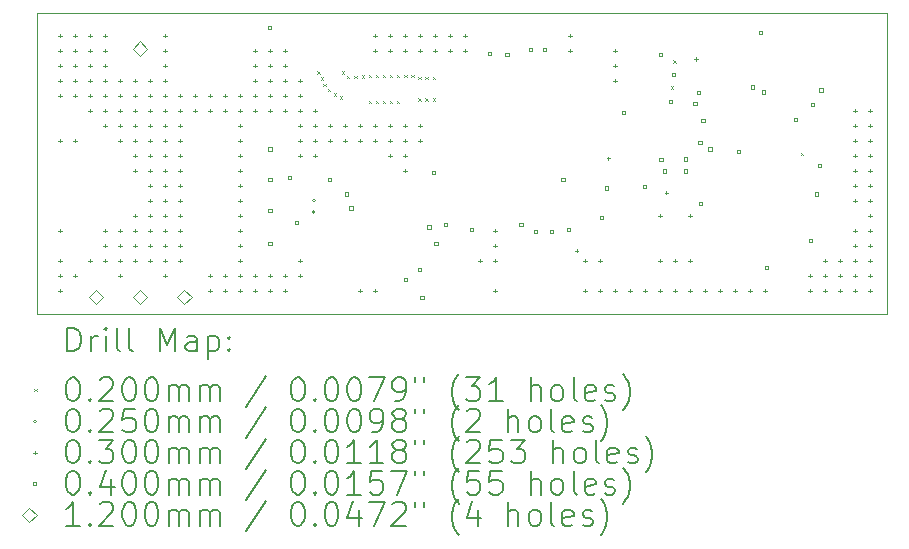
<source format=gbr>
%TF.GenerationSoftware,KiCad,Pcbnew,8.0.5*%
%TF.CreationDate,2024-10-16T14:27:48+03:00*%
%TF.ProjectId,LEXI-R422-Rev 3,4c455849-2d52-4343-9232-2d5265762033,rev?*%
%TF.SameCoordinates,Original*%
%TF.FileFunction,Drillmap*%
%TF.FilePolarity,Positive*%
%FSLAX45Y45*%
G04 Gerber Fmt 4.5, Leading zero omitted, Abs format (unit mm)*
G04 Created by KiCad (PCBNEW 8.0.5) date 2024-10-16 14:27:48*
%MOMM*%
%LPD*%
G01*
G04 APERTURE LIST*
%ADD10C,0.050000*%
%ADD11C,0.200000*%
%ADD12C,0.100000*%
%ADD13C,0.120000*%
G04 APERTURE END LIST*
D10*
X7500000Y-300000D02*
X300000Y-300000D01*
X300000Y2250000D02*
X300000Y-300000D01*
X7500000Y-300000D02*
X7500000Y2250000D01*
X7500000Y2250000D02*
X300000Y2250000D01*
D11*
D12*
X2674000Y1758000D02*
X2694000Y1738000D01*
X2694000Y1758000D02*
X2674000Y1738000D01*
X2703000Y1706000D02*
X2723000Y1686000D01*
X2723000Y1706000D02*
X2703000Y1686000D01*
X2725000Y1654000D02*
X2745000Y1634000D01*
X2745000Y1654000D02*
X2725000Y1634000D01*
X2764000Y1607000D02*
X2784000Y1587000D01*
X2784000Y1607000D02*
X2764000Y1587000D01*
X2812000Y1570000D02*
X2832000Y1550000D01*
X2832000Y1570000D02*
X2812000Y1550000D01*
X2864000Y1545000D02*
X2884000Y1525000D01*
X2884000Y1545000D02*
X2864000Y1525000D01*
X2882000Y1757000D02*
X2902000Y1737000D01*
X2902000Y1757000D02*
X2882000Y1737000D01*
X2924000Y1722000D02*
X2944000Y1702000D01*
X2944000Y1722000D02*
X2924000Y1702000D01*
X2989000Y1722000D02*
X3009000Y1702000D01*
X3009000Y1722000D02*
X2989000Y1702000D01*
X3049000Y1725000D02*
X3069000Y1705000D01*
X3069000Y1725000D02*
X3049000Y1705000D01*
X3110000Y1730000D02*
X3130000Y1710000D01*
X3130000Y1730000D02*
X3110000Y1710000D01*
X3110000Y1510000D02*
X3130000Y1490000D01*
X3130000Y1510000D02*
X3110000Y1490000D01*
X3170000Y1730000D02*
X3190000Y1710000D01*
X3190000Y1730000D02*
X3170000Y1710000D01*
X3170000Y1510000D02*
X3190000Y1490000D01*
X3190000Y1510000D02*
X3170000Y1490000D01*
X3230000Y1730000D02*
X3250000Y1710000D01*
X3250000Y1730000D02*
X3230000Y1710000D01*
X3230000Y1510000D02*
X3250000Y1490000D01*
X3250000Y1510000D02*
X3230000Y1490000D01*
X3290000Y1730000D02*
X3310000Y1710000D01*
X3310000Y1730000D02*
X3290000Y1710000D01*
X3290000Y1510000D02*
X3310000Y1490000D01*
X3310000Y1510000D02*
X3290000Y1490000D01*
X3350000Y1730000D02*
X3370000Y1710000D01*
X3370000Y1730000D02*
X3350000Y1710000D01*
X3350000Y1510000D02*
X3370000Y1490000D01*
X3370000Y1510000D02*
X3350000Y1490000D01*
X3410000Y1730000D02*
X3430000Y1710000D01*
X3430000Y1730000D02*
X3410000Y1710000D01*
X3470000Y1730000D02*
X3490000Y1710000D01*
X3490000Y1730000D02*
X3470000Y1710000D01*
X3530000Y1710000D02*
X3550000Y1690000D01*
X3550000Y1710000D02*
X3530000Y1690000D01*
X3530000Y1530000D02*
X3550000Y1510000D01*
X3550000Y1530000D02*
X3530000Y1510000D01*
X3590000Y1710000D02*
X3610000Y1690000D01*
X3610000Y1710000D02*
X3590000Y1690000D01*
X3590000Y1530000D02*
X3610000Y1510000D01*
X3610000Y1530000D02*
X3590000Y1510000D01*
X3650000Y1710000D02*
X3670000Y1690000D01*
X3670000Y1710000D02*
X3650000Y1690000D01*
X3650000Y1530000D02*
X3670000Y1510000D01*
X3670000Y1530000D02*
X3650000Y1510000D01*
X5670000Y1630000D02*
X5690000Y1610000D01*
X5690000Y1630000D02*
X5670000Y1610000D01*
X5690000Y1850000D02*
X5710000Y1830000D01*
X5710000Y1850000D02*
X5690000Y1830000D01*
X6770000Y1070000D02*
X6790000Y1050000D01*
X6790000Y1070000D02*
X6770000Y1050000D01*
X2657500Y665000D02*
G75*
G02*
X2632500Y665000I-12500J0D01*
G01*
X2632500Y665000D02*
G75*
G02*
X2657500Y665000I12500J0D01*
G01*
X2657500Y565000D02*
G75*
G02*
X2632500Y565000I-12500J0D01*
G01*
X2632500Y565000D02*
G75*
G02*
X2657500Y565000I12500J0D01*
G01*
X495300Y2074634D02*
X495300Y2044634D01*
X480300Y2059634D02*
X510300Y2059634D01*
X495300Y1947634D02*
X495300Y1917634D01*
X480300Y1932634D02*
X510300Y1932634D01*
X495300Y1820634D02*
X495300Y1790634D01*
X480300Y1805634D02*
X510300Y1805634D01*
X495300Y1693634D02*
X495300Y1663634D01*
X480300Y1678634D02*
X510300Y1678634D01*
X495300Y1566634D02*
X495300Y1536634D01*
X480300Y1551634D02*
X510300Y1551634D01*
X495300Y1185634D02*
X495300Y1155634D01*
X480300Y1170634D02*
X510300Y1170634D01*
X495300Y423634D02*
X495300Y393634D01*
X480300Y408634D02*
X510300Y408634D01*
X495300Y169634D02*
X495300Y139634D01*
X480300Y154634D02*
X510300Y154634D01*
X495300Y42634D02*
X495300Y12634D01*
X480300Y27634D02*
X510300Y27634D01*
X495300Y-84366D02*
X495300Y-114366D01*
X480300Y-99366D02*
X510300Y-99366D01*
X622300Y2074634D02*
X622300Y2044634D01*
X607300Y2059634D02*
X637300Y2059634D01*
X622300Y1947634D02*
X622300Y1917634D01*
X607300Y1932634D02*
X637300Y1932634D01*
X622300Y1820634D02*
X622300Y1790634D01*
X607300Y1805634D02*
X637300Y1805634D01*
X622300Y1693634D02*
X622300Y1663634D01*
X607300Y1678634D02*
X637300Y1678634D01*
X622300Y1566634D02*
X622300Y1536634D01*
X607300Y1551634D02*
X637300Y1551634D01*
X622300Y1185634D02*
X622300Y1155634D01*
X607300Y1170634D02*
X637300Y1170634D01*
X622300Y42634D02*
X622300Y12634D01*
X607300Y27634D02*
X637300Y27634D01*
X749300Y2074634D02*
X749300Y2044634D01*
X734300Y2059634D02*
X764300Y2059634D01*
X749300Y1947634D02*
X749300Y1917634D01*
X734300Y1932634D02*
X764300Y1932634D01*
X749300Y1820634D02*
X749300Y1790634D01*
X734300Y1805634D02*
X764300Y1805634D01*
X749300Y1693634D02*
X749300Y1663634D01*
X734300Y1678634D02*
X764300Y1678634D01*
X749300Y1566634D02*
X749300Y1536634D01*
X734300Y1551634D02*
X764300Y1551634D01*
X749300Y1439634D02*
X749300Y1409634D01*
X734300Y1424634D02*
X764300Y1424634D01*
X749300Y169634D02*
X749300Y139634D01*
X734300Y154634D02*
X764300Y154634D01*
X876300Y2074634D02*
X876300Y2044634D01*
X861300Y2059634D02*
X891300Y2059634D01*
X876300Y1947634D02*
X876300Y1917634D01*
X861300Y1932634D02*
X891300Y1932634D01*
X876300Y1820634D02*
X876300Y1790634D01*
X861300Y1805634D02*
X891300Y1805634D01*
X876300Y1693634D02*
X876300Y1663634D01*
X861300Y1678634D02*
X891300Y1678634D01*
X876300Y1566634D02*
X876300Y1536634D01*
X861300Y1551634D02*
X891300Y1551634D01*
X876300Y1439634D02*
X876300Y1409634D01*
X861300Y1424634D02*
X891300Y1424634D01*
X876300Y1312634D02*
X876300Y1282634D01*
X861300Y1297634D02*
X891300Y1297634D01*
X876300Y423634D02*
X876300Y393634D01*
X861300Y408634D02*
X891300Y408634D01*
X876300Y296634D02*
X876300Y266634D01*
X861300Y281634D02*
X891300Y281634D01*
X876300Y169634D02*
X876300Y139634D01*
X861300Y154634D02*
X891300Y154634D01*
X1003300Y1693634D02*
X1003300Y1663634D01*
X988300Y1678634D02*
X1018300Y1678634D01*
X1003300Y1566634D02*
X1003300Y1536634D01*
X988300Y1551634D02*
X1018300Y1551634D01*
X1003300Y1439634D02*
X1003300Y1409634D01*
X988300Y1424634D02*
X1018300Y1424634D01*
X1003300Y1312634D02*
X1003300Y1282634D01*
X988300Y1297634D02*
X1018300Y1297634D01*
X1003300Y1185634D02*
X1003300Y1155634D01*
X988300Y1170634D02*
X1018300Y1170634D01*
X1003300Y423634D02*
X1003300Y393634D01*
X988300Y408634D02*
X1018300Y408634D01*
X1003300Y296634D02*
X1003300Y266634D01*
X988300Y281634D02*
X1018300Y281634D01*
X1003300Y169634D02*
X1003300Y139634D01*
X988300Y154634D02*
X1018300Y154634D01*
X1003300Y42634D02*
X1003300Y12634D01*
X988300Y27634D02*
X1018300Y27634D01*
X1130300Y1693634D02*
X1130300Y1663634D01*
X1115300Y1678634D02*
X1145300Y1678634D01*
X1130300Y1566634D02*
X1130300Y1536634D01*
X1115300Y1551634D02*
X1145300Y1551634D01*
X1130300Y1439634D02*
X1130300Y1409634D01*
X1115300Y1424634D02*
X1145300Y1424634D01*
X1130300Y1312634D02*
X1130300Y1282634D01*
X1115300Y1297634D02*
X1145300Y1297634D01*
X1130300Y1185634D02*
X1130300Y1155634D01*
X1115300Y1170634D02*
X1145300Y1170634D01*
X1130300Y1058634D02*
X1130300Y1028634D01*
X1115300Y1043634D02*
X1145300Y1043634D01*
X1130300Y931634D02*
X1130300Y901634D01*
X1115300Y916634D02*
X1145300Y916634D01*
X1130300Y550634D02*
X1130300Y520634D01*
X1115300Y535634D02*
X1145300Y535634D01*
X1130300Y423634D02*
X1130300Y393634D01*
X1115300Y408634D02*
X1145300Y408634D01*
X1130300Y296634D02*
X1130300Y266634D01*
X1115300Y281634D02*
X1145300Y281634D01*
X1130300Y169634D02*
X1130300Y139634D01*
X1115300Y154634D02*
X1145300Y154634D01*
X1257300Y1693634D02*
X1257300Y1663634D01*
X1242300Y1678634D02*
X1272300Y1678634D01*
X1257300Y1566634D02*
X1257300Y1536634D01*
X1242300Y1551634D02*
X1272300Y1551634D01*
X1257300Y1439634D02*
X1257300Y1409634D01*
X1242300Y1424634D02*
X1272300Y1424634D01*
X1257300Y1312634D02*
X1257300Y1282634D01*
X1242300Y1297634D02*
X1272300Y1297634D01*
X1257300Y1185634D02*
X1257300Y1155634D01*
X1242300Y1170634D02*
X1272300Y1170634D01*
X1257300Y1058634D02*
X1257300Y1028634D01*
X1242300Y1043634D02*
X1272300Y1043634D01*
X1257300Y931634D02*
X1257300Y901634D01*
X1242300Y916634D02*
X1272300Y916634D01*
X1257300Y804634D02*
X1257300Y774634D01*
X1242300Y789634D02*
X1272300Y789634D01*
X1257300Y677634D02*
X1257300Y647634D01*
X1242300Y662634D02*
X1272300Y662634D01*
X1257300Y550634D02*
X1257300Y520634D01*
X1242300Y535634D02*
X1272300Y535634D01*
X1257300Y423634D02*
X1257300Y393634D01*
X1242300Y408634D02*
X1272300Y408634D01*
X1257300Y296634D02*
X1257300Y266634D01*
X1242300Y281634D02*
X1272300Y281634D01*
X1257300Y169634D02*
X1257300Y139634D01*
X1242300Y154634D02*
X1272300Y154634D01*
X1384300Y2074634D02*
X1384300Y2044634D01*
X1369300Y2059634D02*
X1399300Y2059634D01*
X1384300Y1947634D02*
X1384300Y1917634D01*
X1369300Y1932634D02*
X1399300Y1932634D01*
X1384300Y1820634D02*
X1384300Y1790634D01*
X1369300Y1805634D02*
X1399300Y1805634D01*
X1384300Y1693634D02*
X1384300Y1663634D01*
X1369300Y1678634D02*
X1399300Y1678634D01*
X1384300Y1566634D02*
X1384300Y1536634D01*
X1369300Y1551634D02*
X1399300Y1551634D01*
X1384300Y1439634D02*
X1384300Y1409634D01*
X1369300Y1424634D02*
X1399300Y1424634D01*
X1384300Y1312634D02*
X1384300Y1282634D01*
X1369300Y1297634D02*
X1399300Y1297634D01*
X1384300Y1185634D02*
X1384300Y1155634D01*
X1369300Y1170634D02*
X1399300Y1170634D01*
X1384300Y1058634D02*
X1384300Y1028634D01*
X1369300Y1043634D02*
X1399300Y1043634D01*
X1384300Y931634D02*
X1384300Y901634D01*
X1369300Y916634D02*
X1399300Y916634D01*
X1384300Y804634D02*
X1384300Y774634D01*
X1369300Y789634D02*
X1399300Y789634D01*
X1384300Y677634D02*
X1384300Y647634D01*
X1369300Y662634D02*
X1399300Y662634D01*
X1384300Y550634D02*
X1384300Y520634D01*
X1369300Y535634D02*
X1399300Y535634D01*
X1384300Y423634D02*
X1384300Y393634D01*
X1369300Y408634D02*
X1399300Y408634D01*
X1384300Y296634D02*
X1384300Y266634D01*
X1369300Y281634D02*
X1399300Y281634D01*
X1384300Y169634D02*
X1384300Y139634D01*
X1369300Y154634D02*
X1399300Y154634D01*
X1384300Y42634D02*
X1384300Y12634D01*
X1369300Y27634D02*
X1399300Y27634D01*
X1511300Y1566634D02*
X1511300Y1536634D01*
X1496300Y1551634D02*
X1526300Y1551634D01*
X1511300Y1439634D02*
X1511300Y1409634D01*
X1496300Y1424634D02*
X1526300Y1424634D01*
X1511300Y1312634D02*
X1511300Y1282634D01*
X1496300Y1297634D02*
X1526300Y1297634D01*
X1511300Y1185634D02*
X1511300Y1155634D01*
X1496300Y1170634D02*
X1526300Y1170634D01*
X1511300Y1058634D02*
X1511300Y1028634D01*
X1496300Y1043634D02*
X1526300Y1043634D01*
X1511300Y931634D02*
X1511300Y901634D01*
X1496300Y916634D02*
X1526300Y916634D01*
X1511300Y804634D02*
X1511300Y774634D01*
X1496300Y789634D02*
X1526300Y789634D01*
X1511300Y677634D02*
X1511300Y647634D01*
X1496300Y662634D02*
X1526300Y662634D01*
X1511300Y550634D02*
X1511300Y520634D01*
X1496300Y535634D02*
X1526300Y535634D01*
X1511300Y423634D02*
X1511300Y393634D01*
X1496300Y408634D02*
X1526300Y408634D01*
X1511300Y296634D02*
X1511300Y266634D01*
X1496300Y281634D02*
X1526300Y281634D01*
X1511300Y169634D02*
X1511300Y139634D01*
X1496300Y154634D02*
X1526300Y154634D01*
X1638300Y1566634D02*
X1638300Y1536634D01*
X1623300Y1551634D02*
X1653300Y1551634D01*
X1638300Y1439634D02*
X1638300Y1409634D01*
X1623300Y1424634D02*
X1653300Y1424634D01*
X1765300Y1566634D02*
X1765300Y1536634D01*
X1750300Y1551634D02*
X1780300Y1551634D01*
X1765300Y1439634D02*
X1765300Y1409634D01*
X1750300Y1424634D02*
X1780300Y1424634D01*
X1765300Y42634D02*
X1765300Y12634D01*
X1750300Y27634D02*
X1780300Y27634D01*
X1765300Y-84366D02*
X1765300Y-114366D01*
X1750300Y-99366D02*
X1780300Y-99366D01*
X1892300Y1566634D02*
X1892300Y1536634D01*
X1877300Y1551634D02*
X1907300Y1551634D01*
X1892300Y1439634D02*
X1892300Y1409634D01*
X1877300Y1424634D02*
X1907300Y1424634D01*
X1892300Y42634D02*
X1892300Y12634D01*
X1877300Y27634D02*
X1907300Y27634D01*
X1892300Y-84366D02*
X1892300Y-114366D01*
X1877300Y-99366D02*
X1907300Y-99366D01*
X2019300Y1566634D02*
X2019300Y1536634D01*
X2004300Y1551634D02*
X2034300Y1551634D01*
X2019300Y1439634D02*
X2019300Y1409634D01*
X2004300Y1424634D02*
X2034300Y1424634D01*
X2019300Y1312634D02*
X2019300Y1282634D01*
X2004300Y1297634D02*
X2034300Y1297634D01*
X2019300Y1185634D02*
X2019300Y1155634D01*
X2004300Y1170634D02*
X2034300Y1170634D01*
X2019300Y1058634D02*
X2019300Y1028634D01*
X2004300Y1043634D02*
X2034300Y1043634D01*
X2019300Y931634D02*
X2019300Y901634D01*
X2004300Y916634D02*
X2034300Y916634D01*
X2019300Y804634D02*
X2019300Y774634D01*
X2004300Y789634D02*
X2034300Y789634D01*
X2019300Y677634D02*
X2019300Y647634D01*
X2004300Y662634D02*
X2034300Y662634D01*
X2019300Y550634D02*
X2019300Y520634D01*
X2004300Y535634D02*
X2034300Y535634D01*
X2019300Y423634D02*
X2019300Y393634D01*
X2004300Y408634D02*
X2034300Y408634D01*
X2019300Y296634D02*
X2019300Y266634D01*
X2004300Y281634D02*
X2034300Y281634D01*
X2019300Y169634D02*
X2019300Y139634D01*
X2004300Y154634D02*
X2034300Y154634D01*
X2019300Y42634D02*
X2019300Y12634D01*
X2004300Y27634D02*
X2034300Y27634D01*
X2019300Y-84366D02*
X2019300Y-114366D01*
X2004300Y-99366D02*
X2034300Y-99366D01*
X2146300Y1947634D02*
X2146300Y1917634D01*
X2131300Y1932634D02*
X2161300Y1932634D01*
X2146300Y1820634D02*
X2146300Y1790634D01*
X2131300Y1805634D02*
X2161300Y1805634D01*
X2146300Y1693634D02*
X2146300Y1663634D01*
X2131300Y1678634D02*
X2161300Y1678634D01*
X2146300Y1566634D02*
X2146300Y1536634D01*
X2131300Y1551634D02*
X2161300Y1551634D01*
X2146300Y1439634D02*
X2146300Y1409634D01*
X2131300Y1424634D02*
X2161300Y1424634D01*
X2146300Y42634D02*
X2146300Y12634D01*
X2131300Y27634D02*
X2161300Y27634D01*
X2146300Y-84366D02*
X2146300Y-114366D01*
X2131300Y-99366D02*
X2161300Y-99366D01*
X2273300Y1947634D02*
X2273300Y1917634D01*
X2258300Y1932634D02*
X2288300Y1932634D01*
X2273300Y1820634D02*
X2273300Y1790634D01*
X2258300Y1805634D02*
X2288300Y1805634D01*
X2273300Y1693634D02*
X2273300Y1663634D01*
X2258300Y1678634D02*
X2288300Y1678634D01*
X2273300Y1566634D02*
X2273300Y1536634D01*
X2258300Y1551634D02*
X2288300Y1551634D01*
X2273300Y1439634D02*
X2273300Y1409634D01*
X2258300Y1424634D02*
X2288300Y1424634D01*
X2273300Y42634D02*
X2273300Y12634D01*
X2258300Y27634D02*
X2288300Y27634D01*
X2273300Y-84366D02*
X2273300Y-114366D01*
X2258300Y-99366D02*
X2288300Y-99366D01*
X2400300Y1947634D02*
X2400300Y1917634D01*
X2385300Y1932634D02*
X2415300Y1932634D01*
X2400300Y1820634D02*
X2400300Y1790634D01*
X2385300Y1805634D02*
X2415300Y1805634D01*
X2400300Y1693634D02*
X2400300Y1663634D01*
X2385300Y1678634D02*
X2415300Y1678634D01*
X2400300Y1566634D02*
X2400300Y1536634D01*
X2385300Y1551634D02*
X2415300Y1551634D01*
X2400300Y1439634D02*
X2400300Y1409634D01*
X2385300Y1424634D02*
X2415300Y1424634D01*
X2400300Y42634D02*
X2400300Y12634D01*
X2385300Y27634D02*
X2415300Y27634D01*
X2400300Y-84366D02*
X2400300Y-114366D01*
X2385300Y-99366D02*
X2415300Y-99366D01*
X2527300Y1693634D02*
X2527300Y1663634D01*
X2512300Y1678634D02*
X2542300Y1678634D01*
X2527300Y1566634D02*
X2527300Y1536634D01*
X2512300Y1551634D02*
X2542300Y1551634D01*
X2527300Y1439634D02*
X2527300Y1409634D01*
X2512300Y1424634D02*
X2542300Y1424634D01*
X2527300Y1312634D02*
X2527300Y1282634D01*
X2512300Y1297634D02*
X2542300Y1297634D01*
X2527300Y1185634D02*
X2527300Y1155634D01*
X2512300Y1170634D02*
X2542300Y1170634D01*
X2527300Y1058634D02*
X2527300Y1028634D01*
X2512300Y1043634D02*
X2542300Y1043634D01*
X2527300Y169634D02*
X2527300Y139634D01*
X2512300Y154634D02*
X2542300Y154634D01*
X2527300Y42634D02*
X2527300Y12634D01*
X2512300Y27634D02*
X2542300Y27634D01*
X2654300Y1439634D02*
X2654300Y1409634D01*
X2639300Y1424634D02*
X2669300Y1424634D01*
X2654300Y1312634D02*
X2654300Y1282634D01*
X2639300Y1297634D02*
X2669300Y1297634D01*
X2654300Y1185634D02*
X2654300Y1155634D01*
X2639300Y1170634D02*
X2669300Y1170634D01*
X2654300Y1058634D02*
X2654300Y1028634D01*
X2639300Y1043634D02*
X2669300Y1043634D01*
X2781300Y1312634D02*
X2781300Y1282634D01*
X2766300Y1297634D02*
X2796300Y1297634D01*
X2781300Y1185634D02*
X2781300Y1155634D01*
X2766300Y1170634D02*
X2796300Y1170634D01*
X2908300Y1312634D02*
X2908300Y1282634D01*
X2893300Y1297634D02*
X2923300Y1297634D01*
X2908300Y1185634D02*
X2908300Y1155634D01*
X2893300Y1170634D02*
X2923300Y1170634D01*
X3035300Y1312634D02*
X3035300Y1282634D01*
X3020300Y1297634D02*
X3050300Y1297634D01*
X3035300Y1185634D02*
X3035300Y1155634D01*
X3020300Y1170634D02*
X3050300Y1170634D01*
X3035300Y-84366D02*
X3035300Y-114366D01*
X3020300Y-99366D02*
X3050300Y-99366D01*
X3162300Y2074634D02*
X3162300Y2044634D01*
X3147300Y2059634D02*
X3177300Y2059634D01*
X3162300Y1947634D02*
X3162300Y1917634D01*
X3147300Y1932634D02*
X3177300Y1932634D01*
X3162300Y1312634D02*
X3162300Y1282634D01*
X3147300Y1297634D02*
X3177300Y1297634D01*
X3162300Y1185634D02*
X3162300Y1155634D01*
X3147300Y1170634D02*
X3177300Y1170634D01*
X3162300Y-84366D02*
X3162300Y-114366D01*
X3147300Y-99366D02*
X3177300Y-99366D01*
X3289300Y2074634D02*
X3289300Y2044634D01*
X3274300Y2059634D02*
X3304300Y2059634D01*
X3289300Y1947634D02*
X3289300Y1917634D01*
X3274300Y1932634D02*
X3304300Y1932634D01*
X3289300Y1312634D02*
X3289300Y1282634D01*
X3274300Y1297634D02*
X3304300Y1297634D01*
X3289300Y1185634D02*
X3289300Y1155634D01*
X3274300Y1170634D02*
X3304300Y1170634D01*
X3289300Y1058634D02*
X3289300Y1028634D01*
X3274300Y1043634D02*
X3304300Y1043634D01*
X3416300Y2074634D02*
X3416300Y2044634D01*
X3401300Y2059634D02*
X3431300Y2059634D01*
X3416300Y1947634D02*
X3416300Y1917634D01*
X3401300Y1932634D02*
X3431300Y1932634D01*
X3416300Y1312634D02*
X3416300Y1282634D01*
X3401300Y1297634D02*
X3431300Y1297634D01*
X3416300Y1185634D02*
X3416300Y1155634D01*
X3401300Y1170634D02*
X3431300Y1170634D01*
X3416300Y1058634D02*
X3416300Y1028634D01*
X3401300Y1043634D02*
X3431300Y1043634D01*
X3416300Y931634D02*
X3416300Y901634D01*
X3401300Y916634D02*
X3431300Y916634D01*
X3543300Y2074634D02*
X3543300Y2044634D01*
X3528300Y2059634D02*
X3558300Y2059634D01*
X3543300Y1947634D02*
X3543300Y1917634D01*
X3528300Y1932634D02*
X3558300Y1932634D01*
X3543300Y1312634D02*
X3543300Y1282634D01*
X3528300Y1297634D02*
X3558300Y1297634D01*
X3543300Y1185634D02*
X3543300Y1155634D01*
X3528300Y1170634D02*
X3558300Y1170634D01*
X3670300Y2074634D02*
X3670300Y2044634D01*
X3655300Y2059634D02*
X3685300Y2059634D01*
X3670300Y1947634D02*
X3670300Y1917634D01*
X3655300Y1932634D02*
X3685300Y1932634D01*
X3797300Y2074634D02*
X3797300Y2044634D01*
X3782300Y2059634D02*
X3812300Y2059634D01*
X3797300Y1947634D02*
X3797300Y1917634D01*
X3782300Y1932634D02*
X3812300Y1932634D01*
X3924300Y2074634D02*
X3924300Y2044634D01*
X3909300Y2059634D02*
X3939300Y2059634D01*
X3924300Y1947634D02*
X3924300Y1917634D01*
X3909300Y1932634D02*
X3939300Y1932634D01*
X4051300Y169634D02*
X4051300Y139634D01*
X4036300Y154634D02*
X4066300Y154634D01*
X4178300Y423634D02*
X4178300Y393634D01*
X4163300Y408634D02*
X4193300Y408634D01*
X4178300Y296634D02*
X4178300Y266634D01*
X4163300Y281634D02*
X4193300Y281634D01*
X4178300Y169634D02*
X4178300Y139634D01*
X4163300Y154634D02*
X4193300Y154634D01*
X4178300Y-84366D02*
X4178300Y-114366D01*
X4163300Y-99366D02*
X4193300Y-99366D01*
X4813300Y2074634D02*
X4813300Y2044634D01*
X4798300Y2059634D02*
X4828300Y2059634D01*
X4813300Y1947634D02*
X4813300Y1917634D01*
X4798300Y1932634D02*
X4828300Y1932634D01*
X4870000Y255000D02*
X4870000Y225000D01*
X4855000Y240000D02*
X4885000Y240000D01*
X4940300Y169634D02*
X4940300Y139634D01*
X4925300Y154634D02*
X4955300Y154634D01*
X4940300Y-84366D02*
X4940300Y-114366D01*
X4925300Y-99366D02*
X4955300Y-99366D01*
X5067300Y169634D02*
X5067300Y139634D01*
X5052300Y154634D02*
X5082300Y154634D01*
X5067300Y-84366D02*
X5067300Y-114366D01*
X5052300Y-99366D02*
X5082300Y-99366D01*
X5140000Y1035000D02*
X5140000Y1005000D01*
X5125000Y1020000D02*
X5155000Y1020000D01*
X5194300Y1947634D02*
X5194300Y1917634D01*
X5179300Y1932634D02*
X5209300Y1932634D01*
X5194300Y1820634D02*
X5194300Y1790634D01*
X5179300Y1805634D02*
X5209300Y1805634D01*
X5194300Y1693634D02*
X5194300Y1663634D01*
X5179300Y1678634D02*
X5209300Y1678634D01*
X5194300Y-84366D02*
X5194300Y-114366D01*
X5179300Y-99366D02*
X5209300Y-99366D01*
X5321300Y-84366D02*
X5321300Y-114366D01*
X5306300Y-99366D02*
X5336300Y-99366D01*
X5448300Y-84366D02*
X5448300Y-114366D01*
X5433300Y-99366D02*
X5463300Y-99366D01*
X5575300Y550634D02*
X5575300Y520634D01*
X5560300Y535634D02*
X5590300Y535634D01*
X5575300Y169634D02*
X5575300Y139634D01*
X5560300Y154634D02*
X5590300Y154634D01*
X5575300Y-84366D02*
X5575300Y-114366D01*
X5560300Y-99366D02*
X5590300Y-99366D01*
X5630000Y745000D02*
X5630000Y715000D01*
X5615000Y730000D02*
X5645000Y730000D01*
X5702300Y169634D02*
X5702300Y139634D01*
X5687300Y154634D02*
X5717300Y154634D01*
X5702300Y-84366D02*
X5702300Y-114366D01*
X5687300Y-99366D02*
X5717300Y-99366D01*
X5829300Y550634D02*
X5829300Y520634D01*
X5814300Y535634D02*
X5844300Y535634D01*
X5829300Y169634D02*
X5829300Y139634D01*
X5814300Y154634D02*
X5844300Y154634D01*
X5829300Y-84366D02*
X5829300Y-114366D01*
X5814300Y-99366D02*
X5844300Y-99366D01*
X5880000Y1875000D02*
X5880000Y1845000D01*
X5865000Y1860000D02*
X5895000Y1860000D01*
X5956300Y-84366D02*
X5956300Y-114366D01*
X5941300Y-99366D02*
X5971300Y-99366D01*
X6083300Y-84366D02*
X6083300Y-114366D01*
X6068300Y-99366D02*
X6098300Y-99366D01*
X6210300Y-84366D02*
X6210300Y-114366D01*
X6195300Y-99366D02*
X6225300Y-99366D01*
X6337300Y-84366D02*
X6337300Y-114366D01*
X6322300Y-99366D02*
X6352300Y-99366D01*
X6464300Y-84366D02*
X6464300Y-114366D01*
X6449300Y-99366D02*
X6479300Y-99366D01*
X6845300Y42634D02*
X6845300Y12634D01*
X6830300Y27634D02*
X6860300Y27634D01*
X6845300Y-84366D02*
X6845300Y-114366D01*
X6830300Y-99366D02*
X6860300Y-99366D01*
X6972300Y169634D02*
X6972300Y139634D01*
X6957300Y154634D02*
X6987300Y154634D01*
X6972300Y42634D02*
X6972300Y12634D01*
X6957300Y27634D02*
X6987300Y27634D01*
X6972300Y-84366D02*
X6972300Y-114366D01*
X6957300Y-99366D02*
X6987300Y-99366D01*
X7099300Y169634D02*
X7099300Y139634D01*
X7084300Y154634D02*
X7114300Y154634D01*
X7099300Y42634D02*
X7099300Y12634D01*
X7084300Y27634D02*
X7114300Y27634D01*
X7099300Y-84366D02*
X7099300Y-114366D01*
X7084300Y-99366D02*
X7114300Y-99366D01*
X7226300Y1439634D02*
X7226300Y1409634D01*
X7211300Y1424634D02*
X7241300Y1424634D01*
X7226300Y1312634D02*
X7226300Y1282634D01*
X7211300Y1297634D02*
X7241300Y1297634D01*
X7226300Y1185634D02*
X7226300Y1155634D01*
X7211300Y1170634D02*
X7241300Y1170634D01*
X7226300Y1058634D02*
X7226300Y1028634D01*
X7211300Y1043634D02*
X7241300Y1043634D01*
X7226300Y931634D02*
X7226300Y901634D01*
X7211300Y916634D02*
X7241300Y916634D01*
X7226300Y804634D02*
X7226300Y774634D01*
X7211300Y789634D02*
X7241300Y789634D01*
X7226300Y677634D02*
X7226300Y647634D01*
X7211300Y662634D02*
X7241300Y662634D01*
X7226300Y423634D02*
X7226300Y393634D01*
X7211300Y408634D02*
X7241300Y408634D01*
X7226300Y296634D02*
X7226300Y266634D01*
X7211300Y281634D02*
X7241300Y281634D01*
X7226300Y169634D02*
X7226300Y139634D01*
X7211300Y154634D02*
X7241300Y154634D01*
X7226300Y42634D02*
X7226300Y12634D01*
X7211300Y27634D02*
X7241300Y27634D01*
X7226300Y-84366D02*
X7226300Y-114366D01*
X7211300Y-99366D02*
X7241300Y-99366D01*
X7353300Y1439634D02*
X7353300Y1409634D01*
X7338300Y1424634D02*
X7368300Y1424634D01*
X7353300Y1312634D02*
X7353300Y1282634D01*
X7338300Y1297634D02*
X7368300Y1297634D01*
X7353300Y1185634D02*
X7353300Y1155634D01*
X7338300Y1170634D02*
X7368300Y1170634D01*
X7353300Y1058634D02*
X7353300Y1028634D01*
X7338300Y1043634D02*
X7368300Y1043634D01*
X7353300Y931634D02*
X7353300Y901634D01*
X7338300Y916634D02*
X7368300Y916634D01*
X7353300Y804634D02*
X7353300Y774634D01*
X7338300Y789634D02*
X7368300Y789634D01*
X7353300Y677634D02*
X7353300Y647634D01*
X7338300Y662634D02*
X7368300Y662634D01*
X7353300Y550634D02*
X7353300Y520634D01*
X7338300Y535634D02*
X7368300Y535634D01*
X7353300Y423634D02*
X7353300Y393634D01*
X7338300Y408634D02*
X7368300Y408634D01*
X7353300Y296634D02*
X7353300Y266634D01*
X7338300Y281634D02*
X7368300Y281634D01*
X7353300Y169634D02*
X7353300Y139634D01*
X7338300Y154634D02*
X7368300Y154634D01*
X7353300Y42634D02*
X7353300Y12634D01*
X7338300Y27634D02*
X7368300Y27634D01*
X7353300Y-84366D02*
X7353300Y-114366D01*
X7338300Y-99366D02*
X7368300Y-99366D01*
X2284902Y2114378D02*
X2284902Y2142662D01*
X2256618Y2142662D01*
X2256618Y2114378D01*
X2284902Y2114378D01*
X2289142Y1085858D02*
X2289142Y1114142D01*
X2260858Y1114142D01*
X2260858Y1085858D01*
X2289142Y1085858D01*
X2289142Y825858D02*
X2289142Y854142D01*
X2260858Y854142D01*
X2260858Y825858D01*
X2289142Y825858D01*
X2289142Y565858D02*
X2289142Y594142D01*
X2260858Y594142D01*
X2260858Y565858D01*
X2289142Y565858D01*
X2289142Y285858D02*
X2289142Y314142D01*
X2260858Y314142D01*
X2260858Y285858D01*
X2289142Y285858D01*
X2454142Y845858D02*
X2454142Y874142D01*
X2425858Y874142D01*
X2425858Y845858D01*
X2454142Y845858D01*
X2514142Y465858D02*
X2514142Y494142D01*
X2485858Y494142D01*
X2485858Y465858D01*
X2514142Y465858D01*
X2794142Y825858D02*
X2794142Y854142D01*
X2765858Y854142D01*
X2765858Y825858D01*
X2794142Y825858D01*
X2934142Y705858D02*
X2934142Y734142D01*
X2905858Y734142D01*
X2905858Y705858D01*
X2934142Y705858D01*
X2974142Y585858D02*
X2974142Y614142D01*
X2945858Y614142D01*
X2945858Y585858D01*
X2974142Y585858D01*
X3434142Y-19142D02*
X3434142Y9142D01*
X3405858Y9142D01*
X3405858Y-19142D01*
X3434142Y-19142D01*
X3554142Y65858D02*
X3554142Y94142D01*
X3525858Y94142D01*
X3525858Y65858D01*
X3554142Y65858D01*
X3574142Y-174142D02*
X3574142Y-145858D01*
X3545858Y-145858D01*
X3545858Y-174142D01*
X3574142Y-174142D01*
X3634142Y425858D02*
X3634142Y454142D01*
X3605858Y454142D01*
X3605858Y425858D01*
X3634142Y425858D01*
X3674142Y885858D02*
X3674142Y914142D01*
X3645858Y914142D01*
X3645858Y885858D01*
X3674142Y885858D01*
X3694142Y285858D02*
X3694142Y314142D01*
X3665858Y314142D01*
X3665858Y285858D01*
X3694142Y285858D01*
X3774142Y445858D02*
X3774142Y474142D01*
X3745858Y474142D01*
X3745858Y445858D01*
X3774142Y445858D01*
X3994142Y405858D02*
X3994142Y434142D01*
X3965858Y434142D01*
X3965858Y405858D01*
X3994142Y405858D01*
X4144142Y1895858D02*
X4144142Y1924142D01*
X4115858Y1924142D01*
X4115858Y1895858D01*
X4144142Y1895858D01*
X4294142Y1885858D02*
X4294142Y1914142D01*
X4265858Y1914142D01*
X4265858Y1885858D01*
X4294142Y1885858D01*
X4414142Y445858D02*
X4414142Y474142D01*
X4385858Y474142D01*
X4385858Y445858D01*
X4414142Y445858D01*
X4494142Y1925858D02*
X4494142Y1954142D01*
X4465858Y1954142D01*
X4465858Y1925858D01*
X4494142Y1925858D01*
X4534142Y385858D02*
X4534142Y414142D01*
X4505858Y414142D01*
X4505858Y385858D01*
X4534142Y385858D01*
X4614142Y1925858D02*
X4614142Y1954142D01*
X4585858Y1954142D01*
X4585858Y1925858D01*
X4614142Y1925858D01*
X4674142Y385858D02*
X4674142Y414142D01*
X4645858Y414142D01*
X4645858Y385858D01*
X4674142Y385858D01*
X4769851Y828574D02*
X4769851Y856859D01*
X4741566Y856859D01*
X4741566Y828574D01*
X4769851Y828574D01*
X4814142Y405858D02*
X4814142Y434142D01*
X4785858Y434142D01*
X4785858Y405858D01*
X4814142Y405858D01*
X5094142Y505858D02*
X5094142Y534142D01*
X5065858Y534142D01*
X5065858Y505858D01*
X5094142Y505858D01*
X5139142Y755858D02*
X5139142Y784142D01*
X5110858Y784142D01*
X5110858Y755858D01*
X5139142Y755858D01*
X5281642Y1395858D02*
X5281642Y1424142D01*
X5253358Y1424142D01*
X5253358Y1395858D01*
X5281642Y1395858D01*
X5459142Y770858D02*
X5459142Y799142D01*
X5430858Y799142D01*
X5430858Y770858D01*
X5459142Y770858D01*
X5594142Y1885858D02*
X5594142Y1914142D01*
X5565858Y1914142D01*
X5565858Y1885858D01*
X5594142Y1885858D01*
X5599142Y998356D02*
X5599142Y1026641D01*
X5570858Y1026641D01*
X5570858Y998356D01*
X5599142Y998356D01*
X5629355Y899400D02*
X5629355Y927684D01*
X5601070Y927684D01*
X5601070Y899400D01*
X5629355Y899400D01*
X5681642Y1485858D02*
X5681642Y1514142D01*
X5653358Y1514142D01*
X5653358Y1485858D01*
X5681642Y1485858D01*
X5706142Y1713858D02*
X5706142Y1742142D01*
X5677858Y1742142D01*
X5677858Y1713858D01*
X5706142Y1713858D01*
X5804142Y1000858D02*
X5804142Y1029142D01*
X5775858Y1029142D01*
X5775858Y1000858D01*
X5804142Y1000858D01*
X5804142Y898358D02*
X5804142Y926642D01*
X5775858Y926642D01*
X5775858Y898358D01*
X5804142Y898358D01*
X5886642Y1469713D02*
X5886642Y1497998D01*
X5858358Y1497998D01*
X5858358Y1469713D01*
X5886642Y1469713D01*
X5914142Y1565858D02*
X5914142Y1594142D01*
X5885858Y1594142D01*
X5885858Y1565858D01*
X5914142Y1565858D01*
X5929031Y1138356D02*
X5929031Y1166641D01*
X5900747Y1166641D01*
X5900747Y1138356D01*
X5929031Y1138356D01*
X5934142Y625858D02*
X5934142Y654142D01*
X5905858Y654142D01*
X5905858Y625858D01*
X5934142Y625858D01*
X5954142Y1325858D02*
X5954142Y1354142D01*
X5925858Y1354142D01*
X5925858Y1325858D01*
X5954142Y1325858D01*
X6014142Y1085858D02*
X6014142Y1114142D01*
X5985858Y1114142D01*
X5985858Y1085858D01*
X6014142Y1085858D01*
X6254142Y1065858D02*
X6254142Y1094142D01*
X6225858Y1094142D01*
X6225858Y1065858D01*
X6254142Y1065858D01*
X6375785Y1609358D02*
X6375785Y1637642D01*
X6347501Y1637642D01*
X6347501Y1609358D01*
X6375785Y1609358D01*
X6438758Y2072781D02*
X6438758Y2101065D01*
X6410473Y2101065D01*
X6410473Y2072781D01*
X6438758Y2072781D01*
X6467424Y1566753D02*
X6467424Y1595037D01*
X6439139Y1595037D01*
X6439139Y1566753D01*
X6467424Y1566753D01*
X6494142Y81858D02*
X6494142Y110142D01*
X6465858Y110142D01*
X6465858Y81858D01*
X6494142Y81858D01*
X6739142Y1335858D02*
X6739142Y1364142D01*
X6710858Y1364142D01*
X6710858Y1335858D01*
X6739142Y1335858D01*
X6864142Y313358D02*
X6864142Y341642D01*
X6835858Y341642D01*
X6835858Y313358D01*
X6864142Y313358D01*
X6880142Y1464858D02*
X6880142Y1493142D01*
X6851858Y1493142D01*
X6851858Y1464858D01*
X6880142Y1464858D01*
X6914142Y705858D02*
X6914142Y734142D01*
X6885858Y734142D01*
X6885858Y705858D01*
X6914142Y705858D01*
X6941642Y945858D02*
X6941642Y974142D01*
X6913358Y974142D01*
X6913358Y945858D01*
X6941642Y945858D01*
X6954142Y1585858D02*
X6954142Y1614142D01*
X6925858Y1614142D01*
X6925858Y1585858D01*
X6954142Y1585858D01*
D13*
X800000Y-210000D02*
X860000Y-150000D01*
X800000Y-90000D01*
X740000Y-150000D01*
X800000Y-210000D01*
X1175000Y1890000D02*
X1235000Y1950000D01*
X1175000Y2010000D01*
X1115000Y1950000D01*
X1175000Y1890000D01*
X1175000Y-210000D02*
X1235000Y-150000D01*
X1175000Y-90000D01*
X1115000Y-150000D01*
X1175000Y-210000D01*
X1550000Y-210000D02*
X1610000Y-150000D01*
X1550000Y-90000D01*
X1490000Y-150000D01*
X1550000Y-210000D01*
D11*
X558277Y-613984D02*
X558277Y-413984D01*
X558277Y-413984D02*
X605896Y-413984D01*
X605896Y-413984D02*
X634467Y-423508D01*
X634467Y-423508D02*
X653515Y-442555D01*
X653515Y-442555D02*
X663039Y-461603D01*
X663039Y-461603D02*
X672563Y-499698D01*
X672563Y-499698D02*
X672563Y-528270D01*
X672563Y-528270D02*
X663039Y-566365D01*
X663039Y-566365D02*
X653515Y-585412D01*
X653515Y-585412D02*
X634467Y-604460D01*
X634467Y-604460D02*
X605896Y-613984D01*
X605896Y-613984D02*
X558277Y-613984D01*
X758277Y-613984D02*
X758277Y-480650D01*
X758277Y-518746D02*
X767801Y-499698D01*
X767801Y-499698D02*
X777324Y-490174D01*
X777324Y-490174D02*
X796372Y-480650D01*
X796372Y-480650D02*
X815420Y-480650D01*
X882086Y-613984D02*
X882086Y-480650D01*
X882086Y-413984D02*
X872562Y-423508D01*
X872562Y-423508D02*
X882086Y-433031D01*
X882086Y-433031D02*
X891610Y-423508D01*
X891610Y-423508D02*
X882086Y-413984D01*
X882086Y-413984D02*
X882086Y-433031D01*
X1005896Y-613984D02*
X986848Y-604460D01*
X986848Y-604460D02*
X977324Y-585412D01*
X977324Y-585412D02*
X977324Y-413984D01*
X1110658Y-613984D02*
X1091610Y-604460D01*
X1091610Y-604460D02*
X1082086Y-585412D01*
X1082086Y-585412D02*
X1082086Y-413984D01*
X1339229Y-613984D02*
X1339229Y-413984D01*
X1339229Y-413984D02*
X1405896Y-556841D01*
X1405896Y-556841D02*
X1472562Y-413984D01*
X1472562Y-413984D02*
X1472562Y-613984D01*
X1653515Y-613984D02*
X1653515Y-509222D01*
X1653515Y-509222D02*
X1643991Y-490174D01*
X1643991Y-490174D02*
X1624943Y-480650D01*
X1624943Y-480650D02*
X1586848Y-480650D01*
X1586848Y-480650D02*
X1567801Y-490174D01*
X1653515Y-604460D02*
X1634467Y-613984D01*
X1634467Y-613984D02*
X1586848Y-613984D01*
X1586848Y-613984D02*
X1567801Y-604460D01*
X1567801Y-604460D02*
X1558277Y-585412D01*
X1558277Y-585412D02*
X1558277Y-566365D01*
X1558277Y-566365D02*
X1567801Y-547317D01*
X1567801Y-547317D02*
X1586848Y-537793D01*
X1586848Y-537793D02*
X1634467Y-537793D01*
X1634467Y-537793D02*
X1653515Y-528270D01*
X1748753Y-480650D02*
X1748753Y-680650D01*
X1748753Y-490174D02*
X1767801Y-480650D01*
X1767801Y-480650D02*
X1805896Y-480650D01*
X1805896Y-480650D02*
X1824943Y-490174D01*
X1824943Y-490174D02*
X1834467Y-499698D01*
X1834467Y-499698D02*
X1843991Y-518746D01*
X1843991Y-518746D02*
X1843991Y-575889D01*
X1843991Y-575889D02*
X1834467Y-594936D01*
X1834467Y-594936D02*
X1824943Y-604460D01*
X1824943Y-604460D02*
X1805896Y-613984D01*
X1805896Y-613984D02*
X1767801Y-613984D01*
X1767801Y-613984D02*
X1748753Y-604460D01*
X1929705Y-594936D02*
X1939229Y-604460D01*
X1939229Y-604460D02*
X1929705Y-613984D01*
X1929705Y-613984D02*
X1920182Y-604460D01*
X1920182Y-604460D02*
X1929705Y-594936D01*
X1929705Y-594936D02*
X1929705Y-613984D01*
X1929705Y-490174D02*
X1939229Y-499698D01*
X1939229Y-499698D02*
X1929705Y-509222D01*
X1929705Y-509222D02*
X1920182Y-499698D01*
X1920182Y-499698D02*
X1929705Y-490174D01*
X1929705Y-490174D02*
X1929705Y-509222D01*
D12*
X277500Y-932500D02*
X297500Y-952500D01*
X297500Y-932500D02*
X277500Y-952500D01*
D11*
X596372Y-833984D02*
X615420Y-833984D01*
X615420Y-833984D02*
X634467Y-843508D01*
X634467Y-843508D02*
X643991Y-853031D01*
X643991Y-853031D02*
X653515Y-872079D01*
X653515Y-872079D02*
X663039Y-910174D01*
X663039Y-910174D02*
X663039Y-957793D01*
X663039Y-957793D02*
X653515Y-995888D01*
X653515Y-995888D02*
X643991Y-1014936D01*
X643991Y-1014936D02*
X634467Y-1024460D01*
X634467Y-1024460D02*
X615420Y-1033984D01*
X615420Y-1033984D02*
X596372Y-1033984D01*
X596372Y-1033984D02*
X577324Y-1024460D01*
X577324Y-1024460D02*
X567801Y-1014936D01*
X567801Y-1014936D02*
X558277Y-995888D01*
X558277Y-995888D02*
X548753Y-957793D01*
X548753Y-957793D02*
X548753Y-910174D01*
X548753Y-910174D02*
X558277Y-872079D01*
X558277Y-872079D02*
X567801Y-853031D01*
X567801Y-853031D02*
X577324Y-843508D01*
X577324Y-843508D02*
X596372Y-833984D01*
X748753Y-1014936D02*
X758277Y-1024460D01*
X758277Y-1024460D02*
X748753Y-1033984D01*
X748753Y-1033984D02*
X739229Y-1024460D01*
X739229Y-1024460D02*
X748753Y-1014936D01*
X748753Y-1014936D02*
X748753Y-1033984D01*
X834467Y-853031D02*
X843991Y-843508D01*
X843991Y-843508D02*
X863039Y-833984D01*
X863039Y-833984D02*
X910658Y-833984D01*
X910658Y-833984D02*
X929705Y-843508D01*
X929705Y-843508D02*
X939229Y-853031D01*
X939229Y-853031D02*
X948753Y-872079D01*
X948753Y-872079D02*
X948753Y-891127D01*
X948753Y-891127D02*
X939229Y-919698D01*
X939229Y-919698D02*
X824943Y-1033984D01*
X824943Y-1033984D02*
X948753Y-1033984D01*
X1072563Y-833984D02*
X1091610Y-833984D01*
X1091610Y-833984D02*
X1110658Y-843508D01*
X1110658Y-843508D02*
X1120182Y-853031D01*
X1120182Y-853031D02*
X1129705Y-872079D01*
X1129705Y-872079D02*
X1139229Y-910174D01*
X1139229Y-910174D02*
X1139229Y-957793D01*
X1139229Y-957793D02*
X1129705Y-995888D01*
X1129705Y-995888D02*
X1120182Y-1014936D01*
X1120182Y-1014936D02*
X1110658Y-1024460D01*
X1110658Y-1024460D02*
X1091610Y-1033984D01*
X1091610Y-1033984D02*
X1072563Y-1033984D01*
X1072563Y-1033984D02*
X1053515Y-1024460D01*
X1053515Y-1024460D02*
X1043991Y-1014936D01*
X1043991Y-1014936D02*
X1034467Y-995888D01*
X1034467Y-995888D02*
X1024943Y-957793D01*
X1024943Y-957793D02*
X1024943Y-910174D01*
X1024943Y-910174D02*
X1034467Y-872079D01*
X1034467Y-872079D02*
X1043991Y-853031D01*
X1043991Y-853031D02*
X1053515Y-843508D01*
X1053515Y-843508D02*
X1072563Y-833984D01*
X1263039Y-833984D02*
X1282086Y-833984D01*
X1282086Y-833984D02*
X1301134Y-843508D01*
X1301134Y-843508D02*
X1310658Y-853031D01*
X1310658Y-853031D02*
X1320182Y-872079D01*
X1320182Y-872079D02*
X1329705Y-910174D01*
X1329705Y-910174D02*
X1329705Y-957793D01*
X1329705Y-957793D02*
X1320182Y-995888D01*
X1320182Y-995888D02*
X1310658Y-1014936D01*
X1310658Y-1014936D02*
X1301134Y-1024460D01*
X1301134Y-1024460D02*
X1282086Y-1033984D01*
X1282086Y-1033984D02*
X1263039Y-1033984D01*
X1263039Y-1033984D02*
X1243991Y-1024460D01*
X1243991Y-1024460D02*
X1234467Y-1014936D01*
X1234467Y-1014936D02*
X1224944Y-995888D01*
X1224944Y-995888D02*
X1215420Y-957793D01*
X1215420Y-957793D02*
X1215420Y-910174D01*
X1215420Y-910174D02*
X1224944Y-872079D01*
X1224944Y-872079D02*
X1234467Y-853031D01*
X1234467Y-853031D02*
X1243991Y-843508D01*
X1243991Y-843508D02*
X1263039Y-833984D01*
X1415420Y-1033984D02*
X1415420Y-900650D01*
X1415420Y-919698D02*
X1424943Y-910174D01*
X1424943Y-910174D02*
X1443991Y-900650D01*
X1443991Y-900650D02*
X1472563Y-900650D01*
X1472563Y-900650D02*
X1491610Y-910174D01*
X1491610Y-910174D02*
X1501134Y-929222D01*
X1501134Y-929222D02*
X1501134Y-1033984D01*
X1501134Y-929222D02*
X1510658Y-910174D01*
X1510658Y-910174D02*
X1529705Y-900650D01*
X1529705Y-900650D02*
X1558277Y-900650D01*
X1558277Y-900650D02*
X1577324Y-910174D01*
X1577324Y-910174D02*
X1586848Y-929222D01*
X1586848Y-929222D02*
X1586848Y-1033984D01*
X1682086Y-1033984D02*
X1682086Y-900650D01*
X1682086Y-919698D02*
X1691610Y-910174D01*
X1691610Y-910174D02*
X1710658Y-900650D01*
X1710658Y-900650D02*
X1739229Y-900650D01*
X1739229Y-900650D02*
X1758277Y-910174D01*
X1758277Y-910174D02*
X1767801Y-929222D01*
X1767801Y-929222D02*
X1767801Y-1033984D01*
X1767801Y-929222D02*
X1777324Y-910174D01*
X1777324Y-910174D02*
X1796372Y-900650D01*
X1796372Y-900650D02*
X1824943Y-900650D01*
X1824943Y-900650D02*
X1843991Y-910174D01*
X1843991Y-910174D02*
X1853515Y-929222D01*
X1853515Y-929222D02*
X1853515Y-1033984D01*
X2243991Y-824460D02*
X2072563Y-1081603D01*
X2501134Y-833984D02*
X2520182Y-833984D01*
X2520182Y-833984D02*
X2539229Y-843508D01*
X2539229Y-843508D02*
X2548753Y-853031D01*
X2548753Y-853031D02*
X2558277Y-872079D01*
X2558277Y-872079D02*
X2567801Y-910174D01*
X2567801Y-910174D02*
X2567801Y-957793D01*
X2567801Y-957793D02*
X2558277Y-995888D01*
X2558277Y-995888D02*
X2548753Y-1014936D01*
X2548753Y-1014936D02*
X2539229Y-1024460D01*
X2539229Y-1024460D02*
X2520182Y-1033984D01*
X2520182Y-1033984D02*
X2501134Y-1033984D01*
X2501134Y-1033984D02*
X2482087Y-1024460D01*
X2482087Y-1024460D02*
X2472563Y-1014936D01*
X2472563Y-1014936D02*
X2463039Y-995888D01*
X2463039Y-995888D02*
X2453515Y-957793D01*
X2453515Y-957793D02*
X2453515Y-910174D01*
X2453515Y-910174D02*
X2463039Y-872079D01*
X2463039Y-872079D02*
X2472563Y-853031D01*
X2472563Y-853031D02*
X2482087Y-843508D01*
X2482087Y-843508D02*
X2501134Y-833984D01*
X2653515Y-1014936D02*
X2663039Y-1024460D01*
X2663039Y-1024460D02*
X2653515Y-1033984D01*
X2653515Y-1033984D02*
X2643991Y-1024460D01*
X2643991Y-1024460D02*
X2653515Y-1014936D01*
X2653515Y-1014936D02*
X2653515Y-1033984D01*
X2786848Y-833984D02*
X2805896Y-833984D01*
X2805896Y-833984D02*
X2824944Y-843508D01*
X2824944Y-843508D02*
X2834467Y-853031D01*
X2834467Y-853031D02*
X2843991Y-872079D01*
X2843991Y-872079D02*
X2853515Y-910174D01*
X2853515Y-910174D02*
X2853515Y-957793D01*
X2853515Y-957793D02*
X2843991Y-995888D01*
X2843991Y-995888D02*
X2834467Y-1014936D01*
X2834467Y-1014936D02*
X2824944Y-1024460D01*
X2824944Y-1024460D02*
X2805896Y-1033984D01*
X2805896Y-1033984D02*
X2786848Y-1033984D01*
X2786848Y-1033984D02*
X2767801Y-1024460D01*
X2767801Y-1024460D02*
X2758277Y-1014936D01*
X2758277Y-1014936D02*
X2748753Y-995888D01*
X2748753Y-995888D02*
X2739229Y-957793D01*
X2739229Y-957793D02*
X2739229Y-910174D01*
X2739229Y-910174D02*
X2748753Y-872079D01*
X2748753Y-872079D02*
X2758277Y-853031D01*
X2758277Y-853031D02*
X2767801Y-843508D01*
X2767801Y-843508D02*
X2786848Y-833984D01*
X2977325Y-833984D02*
X2996372Y-833984D01*
X2996372Y-833984D02*
X3015420Y-843508D01*
X3015420Y-843508D02*
X3024944Y-853031D01*
X3024944Y-853031D02*
X3034467Y-872079D01*
X3034467Y-872079D02*
X3043991Y-910174D01*
X3043991Y-910174D02*
X3043991Y-957793D01*
X3043991Y-957793D02*
X3034467Y-995888D01*
X3034467Y-995888D02*
X3024944Y-1014936D01*
X3024944Y-1014936D02*
X3015420Y-1024460D01*
X3015420Y-1024460D02*
X2996372Y-1033984D01*
X2996372Y-1033984D02*
X2977325Y-1033984D01*
X2977325Y-1033984D02*
X2958277Y-1024460D01*
X2958277Y-1024460D02*
X2948753Y-1014936D01*
X2948753Y-1014936D02*
X2939229Y-995888D01*
X2939229Y-995888D02*
X2929706Y-957793D01*
X2929706Y-957793D02*
X2929706Y-910174D01*
X2929706Y-910174D02*
X2939229Y-872079D01*
X2939229Y-872079D02*
X2948753Y-853031D01*
X2948753Y-853031D02*
X2958277Y-843508D01*
X2958277Y-843508D02*
X2977325Y-833984D01*
X3110658Y-833984D02*
X3243991Y-833984D01*
X3243991Y-833984D02*
X3158277Y-1033984D01*
X3329706Y-1033984D02*
X3367801Y-1033984D01*
X3367801Y-1033984D02*
X3386848Y-1024460D01*
X3386848Y-1024460D02*
X3396372Y-1014936D01*
X3396372Y-1014936D02*
X3415420Y-986365D01*
X3415420Y-986365D02*
X3424944Y-948269D01*
X3424944Y-948269D02*
X3424944Y-872079D01*
X3424944Y-872079D02*
X3415420Y-853031D01*
X3415420Y-853031D02*
X3405896Y-843508D01*
X3405896Y-843508D02*
X3386848Y-833984D01*
X3386848Y-833984D02*
X3348753Y-833984D01*
X3348753Y-833984D02*
X3329706Y-843508D01*
X3329706Y-843508D02*
X3320182Y-853031D01*
X3320182Y-853031D02*
X3310658Y-872079D01*
X3310658Y-872079D02*
X3310658Y-919698D01*
X3310658Y-919698D02*
X3320182Y-938746D01*
X3320182Y-938746D02*
X3329706Y-948269D01*
X3329706Y-948269D02*
X3348753Y-957793D01*
X3348753Y-957793D02*
X3386848Y-957793D01*
X3386848Y-957793D02*
X3405896Y-948269D01*
X3405896Y-948269D02*
X3415420Y-938746D01*
X3415420Y-938746D02*
X3424944Y-919698D01*
X3501134Y-833984D02*
X3501134Y-872079D01*
X3577325Y-833984D02*
X3577325Y-872079D01*
X3872563Y-1110174D02*
X3863039Y-1100650D01*
X3863039Y-1100650D02*
X3843991Y-1072079D01*
X3843991Y-1072079D02*
X3834468Y-1053031D01*
X3834468Y-1053031D02*
X3824944Y-1024460D01*
X3824944Y-1024460D02*
X3815420Y-976841D01*
X3815420Y-976841D02*
X3815420Y-938746D01*
X3815420Y-938746D02*
X3824944Y-891127D01*
X3824944Y-891127D02*
X3834468Y-862555D01*
X3834468Y-862555D02*
X3843991Y-843508D01*
X3843991Y-843508D02*
X3863039Y-814936D01*
X3863039Y-814936D02*
X3872563Y-805412D01*
X3929706Y-833984D02*
X4053515Y-833984D01*
X4053515Y-833984D02*
X3986848Y-910174D01*
X3986848Y-910174D02*
X4015420Y-910174D01*
X4015420Y-910174D02*
X4034468Y-919698D01*
X4034468Y-919698D02*
X4043991Y-929222D01*
X4043991Y-929222D02*
X4053515Y-948269D01*
X4053515Y-948269D02*
X4053515Y-995888D01*
X4053515Y-995888D02*
X4043991Y-1014936D01*
X4043991Y-1014936D02*
X4034468Y-1024460D01*
X4034468Y-1024460D02*
X4015420Y-1033984D01*
X4015420Y-1033984D02*
X3958277Y-1033984D01*
X3958277Y-1033984D02*
X3939229Y-1024460D01*
X3939229Y-1024460D02*
X3929706Y-1014936D01*
X4243991Y-1033984D02*
X4129706Y-1033984D01*
X4186848Y-1033984D02*
X4186848Y-833984D01*
X4186848Y-833984D02*
X4167801Y-862555D01*
X4167801Y-862555D02*
X4148753Y-881603D01*
X4148753Y-881603D02*
X4129706Y-891127D01*
X4482087Y-1033984D02*
X4482087Y-833984D01*
X4567801Y-1033984D02*
X4567801Y-929222D01*
X4567801Y-929222D02*
X4558277Y-910174D01*
X4558277Y-910174D02*
X4539230Y-900650D01*
X4539230Y-900650D02*
X4510658Y-900650D01*
X4510658Y-900650D02*
X4491611Y-910174D01*
X4491611Y-910174D02*
X4482087Y-919698D01*
X4691611Y-1033984D02*
X4672563Y-1024460D01*
X4672563Y-1024460D02*
X4663039Y-1014936D01*
X4663039Y-1014936D02*
X4653515Y-995888D01*
X4653515Y-995888D02*
X4653515Y-938746D01*
X4653515Y-938746D02*
X4663039Y-919698D01*
X4663039Y-919698D02*
X4672563Y-910174D01*
X4672563Y-910174D02*
X4691611Y-900650D01*
X4691611Y-900650D02*
X4720182Y-900650D01*
X4720182Y-900650D02*
X4739230Y-910174D01*
X4739230Y-910174D02*
X4748753Y-919698D01*
X4748753Y-919698D02*
X4758277Y-938746D01*
X4758277Y-938746D02*
X4758277Y-995888D01*
X4758277Y-995888D02*
X4748753Y-1014936D01*
X4748753Y-1014936D02*
X4739230Y-1024460D01*
X4739230Y-1024460D02*
X4720182Y-1033984D01*
X4720182Y-1033984D02*
X4691611Y-1033984D01*
X4872563Y-1033984D02*
X4853515Y-1024460D01*
X4853515Y-1024460D02*
X4843992Y-1005412D01*
X4843992Y-1005412D02*
X4843992Y-833984D01*
X5024944Y-1024460D02*
X5005896Y-1033984D01*
X5005896Y-1033984D02*
X4967801Y-1033984D01*
X4967801Y-1033984D02*
X4948753Y-1024460D01*
X4948753Y-1024460D02*
X4939230Y-1005412D01*
X4939230Y-1005412D02*
X4939230Y-929222D01*
X4939230Y-929222D02*
X4948753Y-910174D01*
X4948753Y-910174D02*
X4967801Y-900650D01*
X4967801Y-900650D02*
X5005896Y-900650D01*
X5005896Y-900650D02*
X5024944Y-910174D01*
X5024944Y-910174D02*
X5034468Y-929222D01*
X5034468Y-929222D02*
X5034468Y-948269D01*
X5034468Y-948269D02*
X4939230Y-967317D01*
X5110658Y-1024460D02*
X5129706Y-1033984D01*
X5129706Y-1033984D02*
X5167801Y-1033984D01*
X5167801Y-1033984D02*
X5186849Y-1024460D01*
X5186849Y-1024460D02*
X5196373Y-1005412D01*
X5196373Y-1005412D02*
X5196373Y-995888D01*
X5196373Y-995888D02*
X5186849Y-976841D01*
X5186849Y-976841D02*
X5167801Y-967317D01*
X5167801Y-967317D02*
X5139230Y-967317D01*
X5139230Y-967317D02*
X5120182Y-957793D01*
X5120182Y-957793D02*
X5110658Y-938746D01*
X5110658Y-938746D02*
X5110658Y-929222D01*
X5110658Y-929222D02*
X5120182Y-910174D01*
X5120182Y-910174D02*
X5139230Y-900650D01*
X5139230Y-900650D02*
X5167801Y-900650D01*
X5167801Y-900650D02*
X5186849Y-910174D01*
X5263039Y-1110174D02*
X5272563Y-1100650D01*
X5272563Y-1100650D02*
X5291611Y-1072079D01*
X5291611Y-1072079D02*
X5301134Y-1053031D01*
X5301134Y-1053031D02*
X5310658Y-1024460D01*
X5310658Y-1024460D02*
X5320182Y-976841D01*
X5320182Y-976841D02*
X5320182Y-938746D01*
X5320182Y-938746D02*
X5310658Y-891127D01*
X5310658Y-891127D02*
X5301134Y-862555D01*
X5301134Y-862555D02*
X5291611Y-843508D01*
X5291611Y-843508D02*
X5272563Y-814936D01*
X5272563Y-814936D02*
X5263039Y-805412D01*
D12*
X297500Y-1206500D02*
G75*
G02*
X272500Y-1206500I-12500J0D01*
G01*
X272500Y-1206500D02*
G75*
G02*
X297500Y-1206500I12500J0D01*
G01*
D11*
X596372Y-1097984D02*
X615420Y-1097984D01*
X615420Y-1097984D02*
X634467Y-1107508D01*
X634467Y-1107508D02*
X643991Y-1117031D01*
X643991Y-1117031D02*
X653515Y-1136079D01*
X653515Y-1136079D02*
X663039Y-1174174D01*
X663039Y-1174174D02*
X663039Y-1221793D01*
X663039Y-1221793D02*
X653515Y-1259889D01*
X653515Y-1259889D02*
X643991Y-1278936D01*
X643991Y-1278936D02*
X634467Y-1288460D01*
X634467Y-1288460D02*
X615420Y-1297984D01*
X615420Y-1297984D02*
X596372Y-1297984D01*
X596372Y-1297984D02*
X577324Y-1288460D01*
X577324Y-1288460D02*
X567801Y-1278936D01*
X567801Y-1278936D02*
X558277Y-1259889D01*
X558277Y-1259889D02*
X548753Y-1221793D01*
X548753Y-1221793D02*
X548753Y-1174174D01*
X548753Y-1174174D02*
X558277Y-1136079D01*
X558277Y-1136079D02*
X567801Y-1117031D01*
X567801Y-1117031D02*
X577324Y-1107508D01*
X577324Y-1107508D02*
X596372Y-1097984D01*
X748753Y-1278936D02*
X758277Y-1288460D01*
X758277Y-1288460D02*
X748753Y-1297984D01*
X748753Y-1297984D02*
X739229Y-1288460D01*
X739229Y-1288460D02*
X748753Y-1278936D01*
X748753Y-1278936D02*
X748753Y-1297984D01*
X834467Y-1117031D02*
X843991Y-1107508D01*
X843991Y-1107508D02*
X863039Y-1097984D01*
X863039Y-1097984D02*
X910658Y-1097984D01*
X910658Y-1097984D02*
X929705Y-1107508D01*
X929705Y-1107508D02*
X939229Y-1117031D01*
X939229Y-1117031D02*
X948753Y-1136079D01*
X948753Y-1136079D02*
X948753Y-1155127D01*
X948753Y-1155127D02*
X939229Y-1183698D01*
X939229Y-1183698D02*
X824943Y-1297984D01*
X824943Y-1297984D02*
X948753Y-1297984D01*
X1129705Y-1097984D02*
X1034467Y-1097984D01*
X1034467Y-1097984D02*
X1024943Y-1193222D01*
X1024943Y-1193222D02*
X1034467Y-1183698D01*
X1034467Y-1183698D02*
X1053515Y-1174174D01*
X1053515Y-1174174D02*
X1101134Y-1174174D01*
X1101134Y-1174174D02*
X1120182Y-1183698D01*
X1120182Y-1183698D02*
X1129705Y-1193222D01*
X1129705Y-1193222D02*
X1139229Y-1212270D01*
X1139229Y-1212270D02*
X1139229Y-1259889D01*
X1139229Y-1259889D02*
X1129705Y-1278936D01*
X1129705Y-1278936D02*
X1120182Y-1288460D01*
X1120182Y-1288460D02*
X1101134Y-1297984D01*
X1101134Y-1297984D02*
X1053515Y-1297984D01*
X1053515Y-1297984D02*
X1034467Y-1288460D01*
X1034467Y-1288460D02*
X1024943Y-1278936D01*
X1263039Y-1097984D02*
X1282086Y-1097984D01*
X1282086Y-1097984D02*
X1301134Y-1107508D01*
X1301134Y-1107508D02*
X1310658Y-1117031D01*
X1310658Y-1117031D02*
X1320182Y-1136079D01*
X1320182Y-1136079D02*
X1329705Y-1174174D01*
X1329705Y-1174174D02*
X1329705Y-1221793D01*
X1329705Y-1221793D02*
X1320182Y-1259889D01*
X1320182Y-1259889D02*
X1310658Y-1278936D01*
X1310658Y-1278936D02*
X1301134Y-1288460D01*
X1301134Y-1288460D02*
X1282086Y-1297984D01*
X1282086Y-1297984D02*
X1263039Y-1297984D01*
X1263039Y-1297984D02*
X1243991Y-1288460D01*
X1243991Y-1288460D02*
X1234467Y-1278936D01*
X1234467Y-1278936D02*
X1224944Y-1259889D01*
X1224944Y-1259889D02*
X1215420Y-1221793D01*
X1215420Y-1221793D02*
X1215420Y-1174174D01*
X1215420Y-1174174D02*
X1224944Y-1136079D01*
X1224944Y-1136079D02*
X1234467Y-1117031D01*
X1234467Y-1117031D02*
X1243991Y-1107508D01*
X1243991Y-1107508D02*
X1263039Y-1097984D01*
X1415420Y-1297984D02*
X1415420Y-1164650D01*
X1415420Y-1183698D02*
X1424943Y-1174174D01*
X1424943Y-1174174D02*
X1443991Y-1164650D01*
X1443991Y-1164650D02*
X1472563Y-1164650D01*
X1472563Y-1164650D02*
X1491610Y-1174174D01*
X1491610Y-1174174D02*
X1501134Y-1193222D01*
X1501134Y-1193222D02*
X1501134Y-1297984D01*
X1501134Y-1193222D02*
X1510658Y-1174174D01*
X1510658Y-1174174D02*
X1529705Y-1164650D01*
X1529705Y-1164650D02*
X1558277Y-1164650D01*
X1558277Y-1164650D02*
X1577324Y-1174174D01*
X1577324Y-1174174D02*
X1586848Y-1193222D01*
X1586848Y-1193222D02*
X1586848Y-1297984D01*
X1682086Y-1297984D02*
X1682086Y-1164650D01*
X1682086Y-1183698D02*
X1691610Y-1174174D01*
X1691610Y-1174174D02*
X1710658Y-1164650D01*
X1710658Y-1164650D02*
X1739229Y-1164650D01*
X1739229Y-1164650D02*
X1758277Y-1174174D01*
X1758277Y-1174174D02*
X1767801Y-1193222D01*
X1767801Y-1193222D02*
X1767801Y-1297984D01*
X1767801Y-1193222D02*
X1777324Y-1174174D01*
X1777324Y-1174174D02*
X1796372Y-1164650D01*
X1796372Y-1164650D02*
X1824943Y-1164650D01*
X1824943Y-1164650D02*
X1843991Y-1174174D01*
X1843991Y-1174174D02*
X1853515Y-1193222D01*
X1853515Y-1193222D02*
X1853515Y-1297984D01*
X2243991Y-1088460D02*
X2072563Y-1345603D01*
X2501134Y-1097984D02*
X2520182Y-1097984D01*
X2520182Y-1097984D02*
X2539229Y-1107508D01*
X2539229Y-1107508D02*
X2548753Y-1117031D01*
X2548753Y-1117031D02*
X2558277Y-1136079D01*
X2558277Y-1136079D02*
X2567801Y-1174174D01*
X2567801Y-1174174D02*
X2567801Y-1221793D01*
X2567801Y-1221793D02*
X2558277Y-1259889D01*
X2558277Y-1259889D02*
X2548753Y-1278936D01*
X2548753Y-1278936D02*
X2539229Y-1288460D01*
X2539229Y-1288460D02*
X2520182Y-1297984D01*
X2520182Y-1297984D02*
X2501134Y-1297984D01*
X2501134Y-1297984D02*
X2482087Y-1288460D01*
X2482087Y-1288460D02*
X2472563Y-1278936D01*
X2472563Y-1278936D02*
X2463039Y-1259889D01*
X2463039Y-1259889D02*
X2453515Y-1221793D01*
X2453515Y-1221793D02*
X2453515Y-1174174D01*
X2453515Y-1174174D02*
X2463039Y-1136079D01*
X2463039Y-1136079D02*
X2472563Y-1117031D01*
X2472563Y-1117031D02*
X2482087Y-1107508D01*
X2482087Y-1107508D02*
X2501134Y-1097984D01*
X2653515Y-1278936D02*
X2663039Y-1288460D01*
X2663039Y-1288460D02*
X2653515Y-1297984D01*
X2653515Y-1297984D02*
X2643991Y-1288460D01*
X2643991Y-1288460D02*
X2653515Y-1278936D01*
X2653515Y-1278936D02*
X2653515Y-1297984D01*
X2786848Y-1097984D02*
X2805896Y-1097984D01*
X2805896Y-1097984D02*
X2824944Y-1107508D01*
X2824944Y-1107508D02*
X2834467Y-1117031D01*
X2834467Y-1117031D02*
X2843991Y-1136079D01*
X2843991Y-1136079D02*
X2853515Y-1174174D01*
X2853515Y-1174174D02*
X2853515Y-1221793D01*
X2853515Y-1221793D02*
X2843991Y-1259889D01*
X2843991Y-1259889D02*
X2834467Y-1278936D01*
X2834467Y-1278936D02*
X2824944Y-1288460D01*
X2824944Y-1288460D02*
X2805896Y-1297984D01*
X2805896Y-1297984D02*
X2786848Y-1297984D01*
X2786848Y-1297984D02*
X2767801Y-1288460D01*
X2767801Y-1288460D02*
X2758277Y-1278936D01*
X2758277Y-1278936D02*
X2748753Y-1259889D01*
X2748753Y-1259889D02*
X2739229Y-1221793D01*
X2739229Y-1221793D02*
X2739229Y-1174174D01*
X2739229Y-1174174D02*
X2748753Y-1136079D01*
X2748753Y-1136079D02*
X2758277Y-1117031D01*
X2758277Y-1117031D02*
X2767801Y-1107508D01*
X2767801Y-1107508D02*
X2786848Y-1097984D01*
X2977325Y-1097984D02*
X2996372Y-1097984D01*
X2996372Y-1097984D02*
X3015420Y-1107508D01*
X3015420Y-1107508D02*
X3024944Y-1117031D01*
X3024944Y-1117031D02*
X3034467Y-1136079D01*
X3034467Y-1136079D02*
X3043991Y-1174174D01*
X3043991Y-1174174D02*
X3043991Y-1221793D01*
X3043991Y-1221793D02*
X3034467Y-1259889D01*
X3034467Y-1259889D02*
X3024944Y-1278936D01*
X3024944Y-1278936D02*
X3015420Y-1288460D01*
X3015420Y-1288460D02*
X2996372Y-1297984D01*
X2996372Y-1297984D02*
X2977325Y-1297984D01*
X2977325Y-1297984D02*
X2958277Y-1288460D01*
X2958277Y-1288460D02*
X2948753Y-1278936D01*
X2948753Y-1278936D02*
X2939229Y-1259889D01*
X2939229Y-1259889D02*
X2929706Y-1221793D01*
X2929706Y-1221793D02*
X2929706Y-1174174D01*
X2929706Y-1174174D02*
X2939229Y-1136079D01*
X2939229Y-1136079D02*
X2948753Y-1117031D01*
X2948753Y-1117031D02*
X2958277Y-1107508D01*
X2958277Y-1107508D02*
X2977325Y-1097984D01*
X3139229Y-1297984D02*
X3177325Y-1297984D01*
X3177325Y-1297984D02*
X3196372Y-1288460D01*
X3196372Y-1288460D02*
X3205896Y-1278936D01*
X3205896Y-1278936D02*
X3224944Y-1250365D01*
X3224944Y-1250365D02*
X3234467Y-1212270D01*
X3234467Y-1212270D02*
X3234467Y-1136079D01*
X3234467Y-1136079D02*
X3224944Y-1117031D01*
X3224944Y-1117031D02*
X3215420Y-1107508D01*
X3215420Y-1107508D02*
X3196372Y-1097984D01*
X3196372Y-1097984D02*
X3158277Y-1097984D01*
X3158277Y-1097984D02*
X3139229Y-1107508D01*
X3139229Y-1107508D02*
X3129706Y-1117031D01*
X3129706Y-1117031D02*
X3120182Y-1136079D01*
X3120182Y-1136079D02*
X3120182Y-1183698D01*
X3120182Y-1183698D02*
X3129706Y-1202746D01*
X3129706Y-1202746D02*
X3139229Y-1212270D01*
X3139229Y-1212270D02*
X3158277Y-1221793D01*
X3158277Y-1221793D02*
X3196372Y-1221793D01*
X3196372Y-1221793D02*
X3215420Y-1212270D01*
X3215420Y-1212270D02*
X3224944Y-1202746D01*
X3224944Y-1202746D02*
X3234467Y-1183698D01*
X3348753Y-1183698D02*
X3329706Y-1174174D01*
X3329706Y-1174174D02*
X3320182Y-1164650D01*
X3320182Y-1164650D02*
X3310658Y-1145603D01*
X3310658Y-1145603D02*
X3310658Y-1136079D01*
X3310658Y-1136079D02*
X3320182Y-1117031D01*
X3320182Y-1117031D02*
X3329706Y-1107508D01*
X3329706Y-1107508D02*
X3348753Y-1097984D01*
X3348753Y-1097984D02*
X3386848Y-1097984D01*
X3386848Y-1097984D02*
X3405896Y-1107508D01*
X3405896Y-1107508D02*
X3415420Y-1117031D01*
X3415420Y-1117031D02*
X3424944Y-1136079D01*
X3424944Y-1136079D02*
X3424944Y-1145603D01*
X3424944Y-1145603D02*
X3415420Y-1164650D01*
X3415420Y-1164650D02*
X3405896Y-1174174D01*
X3405896Y-1174174D02*
X3386848Y-1183698D01*
X3386848Y-1183698D02*
X3348753Y-1183698D01*
X3348753Y-1183698D02*
X3329706Y-1193222D01*
X3329706Y-1193222D02*
X3320182Y-1202746D01*
X3320182Y-1202746D02*
X3310658Y-1221793D01*
X3310658Y-1221793D02*
X3310658Y-1259889D01*
X3310658Y-1259889D02*
X3320182Y-1278936D01*
X3320182Y-1278936D02*
X3329706Y-1288460D01*
X3329706Y-1288460D02*
X3348753Y-1297984D01*
X3348753Y-1297984D02*
X3386848Y-1297984D01*
X3386848Y-1297984D02*
X3405896Y-1288460D01*
X3405896Y-1288460D02*
X3415420Y-1278936D01*
X3415420Y-1278936D02*
X3424944Y-1259889D01*
X3424944Y-1259889D02*
X3424944Y-1221793D01*
X3424944Y-1221793D02*
X3415420Y-1202746D01*
X3415420Y-1202746D02*
X3405896Y-1193222D01*
X3405896Y-1193222D02*
X3386848Y-1183698D01*
X3501134Y-1097984D02*
X3501134Y-1136079D01*
X3577325Y-1097984D02*
X3577325Y-1136079D01*
X3872563Y-1374174D02*
X3863039Y-1364650D01*
X3863039Y-1364650D02*
X3843991Y-1336079D01*
X3843991Y-1336079D02*
X3834468Y-1317031D01*
X3834468Y-1317031D02*
X3824944Y-1288460D01*
X3824944Y-1288460D02*
X3815420Y-1240841D01*
X3815420Y-1240841D02*
X3815420Y-1202746D01*
X3815420Y-1202746D02*
X3824944Y-1155127D01*
X3824944Y-1155127D02*
X3834468Y-1126555D01*
X3834468Y-1126555D02*
X3843991Y-1107508D01*
X3843991Y-1107508D02*
X3863039Y-1078936D01*
X3863039Y-1078936D02*
X3872563Y-1069412D01*
X3939229Y-1117031D02*
X3948753Y-1107508D01*
X3948753Y-1107508D02*
X3967801Y-1097984D01*
X3967801Y-1097984D02*
X4015420Y-1097984D01*
X4015420Y-1097984D02*
X4034468Y-1107508D01*
X4034468Y-1107508D02*
X4043991Y-1117031D01*
X4043991Y-1117031D02*
X4053515Y-1136079D01*
X4053515Y-1136079D02*
X4053515Y-1155127D01*
X4053515Y-1155127D02*
X4043991Y-1183698D01*
X4043991Y-1183698D02*
X3929706Y-1297984D01*
X3929706Y-1297984D02*
X4053515Y-1297984D01*
X4291611Y-1297984D02*
X4291611Y-1097984D01*
X4377325Y-1297984D02*
X4377325Y-1193222D01*
X4377325Y-1193222D02*
X4367801Y-1174174D01*
X4367801Y-1174174D02*
X4348753Y-1164650D01*
X4348753Y-1164650D02*
X4320182Y-1164650D01*
X4320182Y-1164650D02*
X4301134Y-1174174D01*
X4301134Y-1174174D02*
X4291611Y-1183698D01*
X4501134Y-1297984D02*
X4482087Y-1288460D01*
X4482087Y-1288460D02*
X4472563Y-1278936D01*
X4472563Y-1278936D02*
X4463039Y-1259889D01*
X4463039Y-1259889D02*
X4463039Y-1202746D01*
X4463039Y-1202746D02*
X4472563Y-1183698D01*
X4472563Y-1183698D02*
X4482087Y-1174174D01*
X4482087Y-1174174D02*
X4501134Y-1164650D01*
X4501134Y-1164650D02*
X4529706Y-1164650D01*
X4529706Y-1164650D02*
X4548753Y-1174174D01*
X4548753Y-1174174D02*
X4558277Y-1183698D01*
X4558277Y-1183698D02*
X4567801Y-1202746D01*
X4567801Y-1202746D02*
X4567801Y-1259889D01*
X4567801Y-1259889D02*
X4558277Y-1278936D01*
X4558277Y-1278936D02*
X4548753Y-1288460D01*
X4548753Y-1288460D02*
X4529706Y-1297984D01*
X4529706Y-1297984D02*
X4501134Y-1297984D01*
X4682087Y-1297984D02*
X4663039Y-1288460D01*
X4663039Y-1288460D02*
X4653515Y-1269412D01*
X4653515Y-1269412D02*
X4653515Y-1097984D01*
X4834468Y-1288460D02*
X4815420Y-1297984D01*
X4815420Y-1297984D02*
X4777325Y-1297984D01*
X4777325Y-1297984D02*
X4758277Y-1288460D01*
X4758277Y-1288460D02*
X4748753Y-1269412D01*
X4748753Y-1269412D02*
X4748753Y-1193222D01*
X4748753Y-1193222D02*
X4758277Y-1174174D01*
X4758277Y-1174174D02*
X4777325Y-1164650D01*
X4777325Y-1164650D02*
X4815420Y-1164650D01*
X4815420Y-1164650D02*
X4834468Y-1174174D01*
X4834468Y-1174174D02*
X4843992Y-1193222D01*
X4843992Y-1193222D02*
X4843992Y-1212270D01*
X4843992Y-1212270D02*
X4748753Y-1231317D01*
X4920182Y-1288460D02*
X4939230Y-1297984D01*
X4939230Y-1297984D02*
X4977325Y-1297984D01*
X4977325Y-1297984D02*
X4996373Y-1288460D01*
X4996373Y-1288460D02*
X5005896Y-1269412D01*
X5005896Y-1269412D02*
X5005896Y-1259889D01*
X5005896Y-1259889D02*
X4996373Y-1240841D01*
X4996373Y-1240841D02*
X4977325Y-1231317D01*
X4977325Y-1231317D02*
X4948753Y-1231317D01*
X4948753Y-1231317D02*
X4929706Y-1221793D01*
X4929706Y-1221793D02*
X4920182Y-1202746D01*
X4920182Y-1202746D02*
X4920182Y-1193222D01*
X4920182Y-1193222D02*
X4929706Y-1174174D01*
X4929706Y-1174174D02*
X4948753Y-1164650D01*
X4948753Y-1164650D02*
X4977325Y-1164650D01*
X4977325Y-1164650D02*
X4996373Y-1174174D01*
X5072563Y-1374174D02*
X5082087Y-1364650D01*
X5082087Y-1364650D02*
X5101134Y-1336079D01*
X5101134Y-1336079D02*
X5110658Y-1317031D01*
X5110658Y-1317031D02*
X5120182Y-1288460D01*
X5120182Y-1288460D02*
X5129706Y-1240841D01*
X5129706Y-1240841D02*
X5129706Y-1202746D01*
X5129706Y-1202746D02*
X5120182Y-1155127D01*
X5120182Y-1155127D02*
X5110658Y-1126555D01*
X5110658Y-1126555D02*
X5101134Y-1107508D01*
X5101134Y-1107508D02*
X5082087Y-1078936D01*
X5082087Y-1078936D02*
X5072563Y-1069412D01*
D12*
X282500Y-1455500D02*
X282500Y-1485500D01*
X267500Y-1470500D02*
X297500Y-1470500D01*
D11*
X596372Y-1361984D02*
X615420Y-1361984D01*
X615420Y-1361984D02*
X634467Y-1371508D01*
X634467Y-1371508D02*
X643991Y-1381031D01*
X643991Y-1381031D02*
X653515Y-1400079D01*
X653515Y-1400079D02*
X663039Y-1438174D01*
X663039Y-1438174D02*
X663039Y-1485793D01*
X663039Y-1485793D02*
X653515Y-1523888D01*
X653515Y-1523888D02*
X643991Y-1542936D01*
X643991Y-1542936D02*
X634467Y-1552460D01*
X634467Y-1552460D02*
X615420Y-1561984D01*
X615420Y-1561984D02*
X596372Y-1561984D01*
X596372Y-1561984D02*
X577324Y-1552460D01*
X577324Y-1552460D02*
X567801Y-1542936D01*
X567801Y-1542936D02*
X558277Y-1523888D01*
X558277Y-1523888D02*
X548753Y-1485793D01*
X548753Y-1485793D02*
X548753Y-1438174D01*
X548753Y-1438174D02*
X558277Y-1400079D01*
X558277Y-1400079D02*
X567801Y-1381031D01*
X567801Y-1381031D02*
X577324Y-1371508D01*
X577324Y-1371508D02*
X596372Y-1361984D01*
X748753Y-1542936D02*
X758277Y-1552460D01*
X758277Y-1552460D02*
X748753Y-1561984D01*
X748753Y-1561984D02*
X739229Y-1552460D01*
X739229Y-1552460D02*
X748753Y-1542936D01*
X748753Y-1542936D02*
X748753Y-1561984D01*
X824943Y-1361984D02*
X948753Y-1361984D01*
X948753Y-1361984D02*
X882086Y-1438174D01*
X882086Y-1438174D02*
X910658Y-1438174D01*
X910658Y-1438174D02*
X929705Y-1447698D01*
X929705Y-1447698D02*
X939229Y-1457222D01*
X939229Y-1457222D02*
X948753Y-1476269D01*
X948753Y-1476269D02*
X948753Y-1523888D01*
X948753Y-1523888D02*
X939229Y-1542936D01*
X939229Y-1542936D02*
X929705Y-1552460D01*
X929705Y-1552460D02*
X910658Y-1561984D01*
X910658Y-1561984D02*
X853515Y-1561984D01*
X853515Y-1561984D02*
X834467Y-1552460D01*
X834467Y-1552460D02*
X824943Y-1542936D01*
X1072563Y-1361984D02*
X1091610Y-1361984D01*
X1091610Y-1361984D02*
X1110658Y-1371508D01*
X1110658Y-1371508D02*
X1120182Y-1381031D01*
X1120182Y-1381031D02*
X1129705Y-1400079D01*
X1129705Y-1400079D02*
X1139229Y-1438174D01*
X1139229Y-1438174D02*
X1139229Y-1485793D01*
X1139229Y-1485793D02*
X1129705Y-1523888D01*
X1129705Y-1523888D02*
X1120182Y-1542936D01*
X1120182Y-1542936D02*
X1110658Y-1552460D01*
X1110658Y-1552460D02*
X1091610Y-1561984D01*
X1091610Y-1561984D02*
X1072563Y-1561984D01*
X1072563Y-1561984D02*
X1053515Y-1552460D01*
X1053515Y-1552460D02*
X1043991Y-1542936D01*
X1043991Y-1542936D02*
X1034467Y-1523888D01*
X1034467Y-1523888D02*
X1024943Y-1485793D01*
X1024943Y-1485793D02*
X1024943Y-1438174D01*
X1024943Y-1438174D02*
X1034467Y-1400079D01*
X1034467Y-1400079D02*
X1043991Y-1381031D01*
X1043991Y-1381031D02*
X1053515Y-1371508D01*
X1053515Y-1371508D02*
X1072563Y-1361984D01*
X1263039Y-1361984D02*
X1282086Y-1361984D01*
X1282086Y-1361984D02*
X1301134Y-1371508D01*
X1301134Y-1371508D02*
X1310658Y-1381031D01*
X1310658Y-1381031D02*
X1320182Y-1400079D01*
X1320182Y-1400079D02*
X1329705Y-1438174D01*
X1329705Y-1438174D02*
X1329705Y-1485793D01*
X1329705Y-1485793D02*
X1320182Y-1523888D01*
X1320182Y-1523888D02*
X1310658Y-1542936D01*
X1310658Y-1542936D02*
X1301134Y-1552460D01*
X1301134Y-1552460D02*
X1282086Y-1561984D01*
X1282086Y-1561984D02*
X1263039Y-1561984D01*
X1263039Y-1561984D02*
X1243991Y-1552460D01*
X1243991Y-1552460D02*
X1234467Y-1542936D01*
X1234467Y-1542936D02*
X1224944Y-1523888D01*
X1224944Y-1523888D02*
X1215420Y-1485793D01*
X1215420Y-1485793D02*
X1215420Y-1438174D01*
X1215420Y-1438174D02*
X1224944Y-1400079D01*
X1224944Y-1400079D02*
X1234467Y-1381031D01*
X1234467Y-1381031D02*
X1243991Y-1371508D01*
X1243991Y-1371508D02*
X1263039Y-1361984D01*
X1415420Y-1561984D02*
X1415420Y-1428650D01*
X1415420Y-1447698D02*
X1424943Y-1438174D01*
X1424943Y-1438174D02*
X1443991Y-1428650D01*
X1443991Y-1428650D02*
X1472563Y-1428650D01*
X1472563Y-1428650D02*
X1491610Y-1438174D01*
X1491610Y-1438174D02*
X1501134Y-1457222D01*
X1501134Y-1457222D02*
X1501134Y-1561984D01*
X1501134Y-1457222D02*
X1510658Y-1438174D01*
X1510658Y-1438174D02*
X1529705Y-1428650D01*
X1529705Y-1428650D02*
X1558277Y-1428650D01*
X1558277Y-1428650D02*
X1577324Y-1438174D01*
X1577324Y-1438174D02*
X1586848Y-1457222D01*
X1586848Y-1457222D02*
X1586848Y-1561984D01*
X1682086Y-1561984D02*
X1682086Y-1428650D01*
X1682086Y-1447698D02*
X1691610Y-1438174D01*
X1691610Y-1438174D02*
X1710658Y-1428650D01*
X1710658Y-1428650D02*
X1739229Y-1428650D01*
X1739229Y-1428650D02*
X1758277Y-1438174D01*
X1758277Y-1438174D02*
X1767801Y-1457222D01*
X1767801Y-1457222D02*
X1767801Y-1561984D01*
X1767801Y-1457222D02*
X1777324Y-1438174D01*
X1777324Y-1438174D02*
X1796372Y-1428650D01*
X1796372Y-1428650D02*
X1824943Y-1428650D01*
X1824943Y-1428650D02*
X1843991Y-1438174D01*
X1843991Y-1438174D02*
X1853515Y-1457222D01*
X1853515Y-1457222D02*
X1853515Y-1561984D01*
X2243991Y-1352460D02*
X2072563Y-1609603D01*
X2501134Y-1361984D02*
X2520182Y-1361984D01*
X2520182Y-1361984D02*
X2539229Y-1371508D01*
X2539229Y-1371508D02*
X2548753Y-1381031D01*
X2548753Y-1381031D02*
X2558277Y-1400079D01*
X2558277Y-1400079D02*
X2567801Y-1438174D01*
X2567801Y-1438174D02*
X2567801Y-1485793D01*
X2567801Y-1485793D02*
X2558277Y-1523888D01*
X2558277Y-1523888D02*
X2548753Y-1542936D01*
X2548753Y-1542936D02*
X2539229Y-1552460D01*
X2539229Y-1552460D02*
X2520182Y-1561984D01*
X2520182Y-1561984D02*
X2501134Y-1561984D01*
X2501134Y-1561984D02*
X2482087Y-1552460D01*
X2482087Y-1552460D02*
X2472563Y-1542936D01*
X2472563Y-1542936D02*
X2463039Y-1523888D01*
X2463039Y-1523888D02*
X2453515Y-1485793D01*
X2453515Y-1485793D02*
X2453515Y-1438174D01*
X2453515Y-1438174D02*
X2463039Y-1400079D01*
X2463039Y-1400079D02*
X2472563Y-1381031D01*
X2472563Y-1381031D02*
X2482087Y-1371508D01*
X2482087Y-1371508D02*
X2501134Y-1361984D01*
X2653515Y-1542936D02*
X2663039Y-1552460D01*
X2663039Y-1552460D02*
X2653515Y-1561984D01*
X2653515Y-1561984D02*
X2643991Y-1552460D01*
X2643991Y-1552460D02*
X2653515Y-1542936D01*
X2653515Y-1542936D02*
X2653515Y-1561984D01*
X2786848Y-1361984D02*
X2805896Y-1361984D01*
X2805896Y-1361984D02*
X2824944Y-1371508D01*
X2824944Y-1371508D02*
X2834467Y-1381031D01*
X2834467Y-1381031D02*
X2843991Y-1400079D01*
X2843991Y-1400079D02*
X2853515Y-1438174D01*
X2853515Y-1438174D02*
X2853515Y-1485793D01*
X2853515Y-1485793D02*
X2843991Y-1523888D01*
X2843991Y-1523888D02*
X2834467Y-1542936D01*
X2834467Y-1542936D02*
X2824944Y-1552460D01*
X2824944Y-1552460D02*
X2805896Y-1561984D01*
X2805896Y-1561984D02*
X2786848Y-1561984D01*
X2786848Y-1561984D02*
X2767801Y-1552460D01*
X2767801Y-1552460D02*
X2758277Y-1542936D01*
X2758277Y-1542936D02*
X2748753Y-1523888D01*
X2748753Y-1523888D02*
X2739229Y-1485793D01*
X2739229Y-1485793D02*
X2739229Y-1438174D01*
X2739229Y-1438174D02*
X2748753Y-1400079D01*
X2748753Y-1400079D02*
X2758277Y-1381031D01*
X2758277Y-1381031D02*
X2767801Y-1371508D01*
X2767801Y-1371508D02*
X2786848Y-1361984D01*
X3043991Y-1561984D02*
X2929706Y-1561984D01*
X2986848Y-1561984D02*
X2986848Y-1361984D01*
X2986848Y-1361984D02*
X2967801Y-1390555D01*
X2967801Y-1390555D02*
X2948753Y-1409603D01*
X2948753Y-1409603D02*
X2929706Y-1419127D01*
X3234467Y-1561984D02*
X3120182Y-1561984D01*
X3177325Y-1561984D02*
X3177325Y-1361984D01*
X3177325Y-1361984D02*
X3158277Y-1390555D01*
X3158277Y-1390555D02*
X3139229Y-1409603D01*
X3139229Y-1409603D02*
X3120182Y-1419127D01*
X3348753Y-1447698D02*
X3329706Y-1438174D01*
X3329706Y-1438174D02*
X3320182Y-1428650D01*
X3320182Y-1428650D02*
X3310658Y-1409603D01*
X3310658Y-1409603D02*
X3310658Y-1400079D01*
X3310658Y-1400079D02*
X3320182Y-1381031D01*
X3320182Y-1381031D02*
X3329706Y-1371508D01*
X3329706Y-1371508D02*
X3348753Y-1361984D01*
X3348753Y-1361984D02*
X3386848Y-1361984D01*
X3386848Y-1361984D02*
X3405896Y-1371508D01*
X3405896Y-1371508D02*
X3415420Y-1381031D01*
X3415420Y-1381031D02*
X3424944Y-1400079D01*
X3424944Y-1400079D02*
X3424944Y-1409603D01*
X3424944Y-1409603D02*
X3415420Y-1428650D01*
X3415420Y-1428650D02*
X3405896Y-1438174D01*
X3405896Y-1438174D02*
X3386848Y-1447698D01*
X3386848Y-1447698D02*
X3348753Y-1447698D01*
X3348753Y-1447698D02*
X3329706Y-1457222D01*
X3329706Y-1457222D02*
X3320182Y-1466746D01*
X3320182Y-1466746D02*
X3310658Y-1485793D01*
X3310658Y-1485793D02*
X3310658Y-1523888D01*
X3310658Y-1523888D02*
X3320182Y-1542936D01*
X3320182Y-1542936D02*
X3329706Y-1552460D01*
X3329706Y-1552460D02*
X3348753Y-1561984D01*
X3348753Y-1561984D02*
X3386848Y-1561984D01*
X3386848Y-1561984D02*
X3405896Y-1552460D01*
X3405896Y-1552460D02*
X3415420Y-1542936D01*
X3415420Y-1542936D02*
X3424944Y-1523888D01*
X3424944Y-1523888D02*
X3424944Y-1485793D01*
X3424944Y-1485793D02*
X3415420Y-1466746D01*
X3415420Y-1466746D02*
X3405896Y-1457222D01*
X3405896Y-1457222D02*
X3386848Y-1447698D01*
X3501134Y-1361984D02*
X3501134Y-1400079D01*
X3577325Y-1361984D02*
X3577325Y-1400079D01*
X3872563Y-1638174D02*
X3863039Y-1628650D01*
X3863039Y-1628650D02*
X3843991Y-1600079D01*
X3843991Y-1600079D02*
X3834468Y-1581031D01*
X3834468Y-1581031D02*
X3824944Y-1552460D01*
X3824944Y-1552460D02*
X3815420Y-1504841D01*
X3815420Y-1504841D02*
X3815420Y-1466746D01*
X3815420Y-1466746D02*
X3824944Y-1419127D01*
X3824944Y-1419127D02*
X3834468Y-1390555D01*
X3834468Y-1390555D02*
X3843991Y-1371508D01*
X3843991Y-1371508D02*
X3863039Y-1342936D01*
X3863039Y-1342936D02*
X3872563Y-1333412D01*
X3939229Y-1381031D02*
X3948753Y-1371508D01*
X3948753Y-1371508D02*
X3967801Y-1361984D01*
X3967801Y-1361984D02*
X4015420Y-1361984D01*
X4015420Y-1361984D02*
X4034468Y-1371508D01*
X4034468Y-1371508D02*
X4043991Y-1381031D01*
X4043991Y-1381031D02*
X4053515Y-1400079D01*
X4053515Y-1400079D02*
X4053515Y-1419127D01*
X4053515Y-1419127D02*
X4043991Y-1447698D01*
X4043991Y-1447698D02*
X3929706Y-1561984D01*
X3929706Y-1561984D02*
X4053515Y-1561984D01*
X4234468Y-1361984D02*
X4139229Y-1361984D01*
X4139229Y-1361984D02*
X4129706Y-1457222D01*
X4129706Y-1457222D02*
X4139229Y-1447698D01*
X4139229Y-1447698D02*
X4158277Y-1438174D01*
X4158277Y-1438174D02*
X4205896Y-1438174D01*
X4205896Y-1438174D02*
X4224944Y-1447698D01*
X4224944Y-1447698D02*
X4234468Y-1457222D01*
X4234468Y-1457222D02*
X4243991Y-1476269D01*
X4243991Y-1476269D02*
X4243991Y-1523888D01*
X4243991Y-1523888D02*
X4234468Y-1542936D01*
X4234468Y-1542936D02*
X4224944Y-1552460D01*
X4224944Y-1552460D02*
X4205896Y-1561984D01*
X4205896Y-1561984D02*
X4158277Y-1561984D01*
X4158277Y-1561984D02*
X4139229Y-1552460D01*
X4139229Y-1552460D02*
X4129706Y-1542936D01*
X4310658Y-1361984D02*
X4434468Y-1361984D01*
X4434468Y-1361984D02*
X4367801Y-1438174D01*
X4367801Y-1438174D02*
X4396372Y-1438174D01*
X4396372Y-1438174D02*
X4415420Y-1447698D01*
X4415420Y-1447698D02*
X4424944Y-1457222D01*
X4424944Y-1457222D02*
X4434468Y-1476269D01*
X4434468Y-1476269D02*
X4434468Y-1523888D01*
X4434468Y-1523888D02*
X4424944Y-1542936D01*
X4424944Y-1542936D02*
X4415420Y-1552460D01*
X4415420Y-1552460D02*
X4396372Y-1561984D01*
X4396372Y-1561984D02*
X4339230Y-1561984D01*
X4339230Y-1561984D02*
X4320182Y-1552460D01*
X4320182Y-1552460D02*
X4310658Y-1542936D01*
X4672563Y-1561984D02*
X4672563Y-1361984D01*
X4758277Y-1561984D02*
X4758277Y-1457222D01*
X4758277Y-1457222D02*
X4748753Y-1438174D01*
X4748753Y-1438174D02*
X4729706Y-1428650D01*
X4729706Y-1428650D02*
X4701134Y-1428650D01*
X4701134Y-1428650D02*
X4682087Y-1438174D01*
X4682087Y-1438174D02*
X4672563Y-1447698D01*
X4882087Y-1561984D02*
X4863039Y-1552460D01*
X4863039Y-1552460D02*
X4853515Y-1542936D01*
X4853515Y-1542936D02*
X4843992Y-1523888D01*
X4843992Y-1523888D02*
X4843992Y-1466746D01*
X4843992Y-1466746D02*
X4853515Y-1447698D01*
X4853515Y-1447698D02*
X4863039Y-1438174D01*
X4863039Y-1438174D02*
X4882087Y-1428650D01*
X4882087Y-1428650D02*
X4910658Y-1428650D01*
X4910658Y-1428650D02*
X4929706Y-1438174D01*
X4929706Y-1438174D02*
X4939230Y-1447698D01*
X4939230Y-1447698D02*
X4948753Y-1466746D01*
X4948753Y-1466746D02*
X4948753Y-1523888D01*
X4948753Y-1523888D02*
X4939230Y-1542936D01*
X4939230Y-1542936D02*
X4929706Y-1552460D01*
X4929706Y-1552460D02*
X4910658Y-1561984D01*
X4910658Y-1561984D02*
X4882087Y-1561984D01*
X5063039Y-1561984D02*
X5043992Y-1552460D01*
X5043992Y-1552460D02*
X5034468Y-1533412D01*
X5034468Y-1533412D02*
X5034468Y-1361984D01*
X5215420Y-1552460D02*
X5196373Y-1561984D01*
X5196373Y-1561984D02*
X5158277Y-1561984D01*
X5158277Y-1561984D02*
X5139230Y-1552460D01*
X5139230Y-1552460D02*
X5129706Y-1533412D01*
X5129706Y-1533412D02*
X5129706Y-1457222D01*
X5129706Y-1457222D02*
X5139230Y-1438174D01*
X5139230Y-1438174D02*
X5158277Y-1428650D01*
X5158277Y-1428650D02*
X5196373Y-1428650D01*
X5196373Y-1428650D02*
X5215420Y-1438174D01*
X5215420Y-1438174D02*
X5224944Y-1457222D01*
X5224944Y-1457222D02*
X5224944Y-1476269D01*
X5224944Y-1476269D02*
X5129706Y-1495317D01*
X5301134Y-1552460D02*
X5320182Y-1561984D01*
X5320182Y-1561984D02*
X5358277Y-1561984D01*
X5358277Y-1561984D02*
X5377325Y-1552460D01*
X5377325Y-1552460D02*
X5386849Y-1533412D01*
X5386849Y-1533412D02*
X5386849Y-1523888D01*
X5386849Y-1523888D02*
X5377325Y-1504841D01*
X5377325Y-1504841D02*
X5358277Y-1495317D01*
X5358277Y-1495317D02*
X5329706Y-1495317D01*
X5329706Y-1495317D02*
X5310658Y-1485793D01*
X5310658Y-1485793D02*
X5301134Y-1466746D01*
X5301134Y-1466746D02*
X5301134Y-1457222D01*
X5301134Y-1457222D02*
X5310658Y-1438174D01*
X5310658Y-1438174D02*
X5329706Y-1428650D01*
X5329706Y-1428650D02*
X5358277Y-1428650D01*
X5358277Y-1428650D02*
X5377325Y-1438174D01*
X5453515Y-1638174D02*
X5463039Y-1628650D01*
X5463039Y-1628650D02*
X5482087Y-1600079D01*
X5482087Y-1600079D02*
X5491611Y-1581031D01*
X5491611Y-1581031D02*
X5501134Y-1552460D01*
X5501134Y-1552460D02*
X5510658Y-1504841D01*
X5510658Y-1504841D02*
X5510658Y-1466746D01*
X5510658Y-1466746D02*
X5501134Y-1419127D01*
X5501134Y-1419127D02*
X5491611Y-1390555D01*
X5491611Y-1390555D02*
X5482087Y-1371508D01*
X5482087Y-1371508D02*
X5463039Y-1342936D01*
X5463039Y-1342936D02*
X5453515Y-1333412D01*
D12*
X291642Y-1748642D02*
X291642Y-1720358D01*
X263358Y-1720358D01*
X263358Y-1748642D01*
X291642Y-1748642D01*
D11*
X596372Y-1625984D02*
X615420Y-1625984D01*
X615420Y-1625984D02*
X634467Y-1635508D01*
X634467Y-1635508D02*
X643991Y-1645031D01*
X643991Y-1645031D02*
X653515Y-1664079D01*
X653515Y-1664079D02*
X663039Y-1702174D01*
X663039Y-1702174D02*
X663039Y-1749793D01*
X663039Y-1749793D02*
X653515Y-1787888D01*
X653515Y-1787888D02*
X643991Y-1806936D01*
X643991Y-1806936D02*
X634467Y-1816460D01*
X634467Y-1816460D02*
X615420Y-1825984D01*
X615420Y-1825984D02*
X596372Y-1825984D01*
X596372Y-1825984D02*
X577324Y-1816460D01*
X577324Y-1816460D02*
X567801Y-1806936D01*
X567801Y-1806936D02*
X558277Y-1787888D01*
X558277Y-1787888D02*
X548753Y-1749793D01*
X548753Y-1749793D02*
X548753Y-1702174D01*
X548753Y-1702174D02*
X558277Y-1664079D01*
X558277Y-1664079D02*
X567801Y-1645031D01*
X567801Y-1645031D02*
X577324Y-1635508D01*
X577324Y-1635508D02*
X596372Y-1625984D01*
X748753Y-1806936D02*
X758277Y-1816460D01*
X758277Y-1816460D02*
X748753Y-1825984D01*
X748753Y-1825984D02*
X739229Y-1816460D01*
X739229Y-1816460D02*
X748753Y-1806936D01*
X748753Y-1806936D02*
X748753Y-1825984D01*
X929705Y-1692650D02*
X929705Y-1825984D01*
X882086Y-1616460D02*
X834467Y-1759317D01*
X834467Y-1759317D02*
X958277Y-1759317D01*
X1072563Y-1625984D02*
X1091610Y-1625984D01*
X1091610Y-1625984D02*
X1110658Y-1635508D01*
X1110658Y-1635508D02*
X1120182Y-1645031D01*
X1120182Y-1645031D02*
X1129705Y-1664079D01*
X1129705Y-1664079D02*
X1139229Y-1702174D01*
X1139229Y-1702174D02*
X1139229Y-1749793D01*
X1139229Y-1749793D02*
X1129705Y-1787888D01*
X1129705Y-1787888D02*
X1120182Y-1806936D01*
X1120182Y-1806936D02*
X1110658Y-1816460D01*
X1110658Y-1816460D02*
X1091610Y-1825984D01*
X1091610Y-1825984D02*
X1072563Y-1825984D01*
X1072563Y-1825984D02*
X1053515Y-1816460D01*
X1053515Y-1816460D02*
X1043991Y-1806936D01*
X1043991Y-1806936D02*
X1034467Y-1787888D01*
X1034467Y-1787888D02*
X1024943Y-1749793D01*
X1024943Y-1749793D02*
X1024943Y-1702174D01*
X1024943Y-1702174D02*
X1034467Y-1664079D01*
X1034467Y-1664079D02*
X1043991Y-1645031D01*
X1043991Y-1645031D02*
X1053515Y-1635508D01*
X1053515Y-1635508D02*
X1072563Y-1625984D01*
X1263039Y-1625984D02*
X1282086Y-1625984D01*
X1282086Y-1625984D02*
X1301134Y-1635508D01*
X1301134Y-1635508D02*
X1310658Y-1645031D01*
X1310658Y-1645031D02*
X1320182Y-1664079D01*
X1320182Y-1664079D02*
X1329705Y-1702174D01*
X1329705Y-1702174D02*
X1329705Y-1749793D01*
X1329705Y-1749793D02*
X1320182Y-1787888D01*
X1320182Y-1787888D02*
X1310658Y-1806936D01*
X1310658Y-1806936D02*
X1301134Y-1816460D01*
X1301134Y-1816460D02*
X1282086Y-1825984D01*
X1282086Y-1825984D02*
X1263039Y-1825984D01*
X1263039Y-1825984D02*
X1243991Y-1816460D01*
X1243991Y-1816460D02*
X1234467Y-1806936D01*
X1234467Y-1806936D02*
X1224944Y-1787888D01*
X1224944Y-1787888D02*
X1215420Y-1749793D01*
X1215420Y-1749793D02*
X1215420Y-1702174D01*
X1215420Y-1702174D02*
X1224944Y-1664079D01*
X1224944Y-1664079D02*
X1234467Y-1645031D01*
X1234467Y-1645031D02*
X1243991Y-1635508D01*
X1243991Y-1635508D02*
X1263039Y-1625984D01*
X1415420Y-1825984D02*
X1415420Y-1692650D01*
X1415420Y-1711698D02*
X1424943Y-1702174D01*
X1424943Y-1702174D02*
X1443991Y-1692650D01*
X1443991Y-1692650D02*
X1472563Y-1692650D01*
X1472563Y-1692650D02*
X1491610Y-1702174D01*
X1491610Y-1702174D02*
X1501134Y-1721222D01*
X1501134Y-1721222D02*
X1501134Y-1825984D01*
X1501134Y-1721222D02*
X1510658Y-1702174D01*
X1510658Y-1702174D02*
X1529705Y-1692650D01*
X1529705Y-1692650D02*
X1558277Y-1692650D01*
X1558277Y-1692650D02*
X1577324Y-1702174D01*
X1577324Y-1702174D02*
X1586848Y-1721222D01*
X1586848Y-1721222D02*
X1586848Y-1825984D01*
X1682086Y-1825984D02*
X1682086Y-1692650D01*
X1682086Y-1711698D02*
X1691610Y-1702174D01*
X1691610Y-1702174D02*
X1710658Y-1692650D01*
X1710658Y-1692650D02*
X1739229Y-1692650D01*
X1739229Y-1692650D02*
X1758277Y-1702174D01*
X1758277Y-1702174D02*
X1767801Y-1721222D01*
X1767801Y-1721222D02*
X1767801Y-1825984D01*
X1767801Y-1721222D02*
X1777324Y-1702174D01*
X1777324Y-1702174D02*
X1796372Y-1692650D01*
X1796372Y-1692650D02*
X1824943Y-1692650D01*
X1824943Y-1692650D02*
X1843991Y-1702174D01*
X1843991Y-1702174D02*
X1853515Y-1721222D01*
X1853515Y-1721222D02*
X1853515Y-1825984D01*
X2243991Y-1616460D02*
X2072563Y-1873603D01*
X2501134Y-1625984D02*
X2520182Y-1625984D01*
X2520182Y-1625984D02*
X2539229Y-1635508D01*
X2539229Y-1635508D02*
X2548753Y-1645031D01*
X2548753Y-1645031D02*
X2558277Y-1664079D01*
X2558277Y-1664079D02*
X2567801Y-1702174D01*
X2567801Y-1702174D02*
X2567801Y-1749793D01*
X2567801Y-1749793D02*
X2558277Y-1787888D01*
X2558277Y-1787888D02*
X2548753Y-1806936D01*
X2548753Y-1806936D02*
X2539229Y-1816460D01*
X2539229Y-1816460D02*
X2520182Y-1825984D01*
X2520182Y-1825984D02*
X2501134Y-1825984D01*
X2501134Y-1825984D02*
X2482087Y-1816460D01*
X2482087Y-1816460D02*
X2472563Y-1806936D01*
X2472563Y-1806936D02*
X2463039Y-1787888D01*
X2463039Y-1787888D02*
X2453515Y-1749793D01*
X2453515Y-1749793D02*
X2453515Y-1702174D01*
X2453515Y-1702174D02*
X2463039Y-1664079D01*
X2463039Y-1664079D02*
X2472563Y-1645031D01*
X2472563Y-1645031D02*
X2482087Y-1635508D01*
X2482087Y-1635508D02*
X2501134Y-1625984D01*
X2653515Y-1806936D02*
X2663039Y-1816460D01*
X2663039Y-1816460D02*
X2653515Y-1825984D01*
X2653515Y-1825984D02*
X2643991Y-1816460D01*
X2643991Y-1816460D02*
X2653515Y-1806936D01*
X2653515Y-1806936D02*
X2653515Y-1825984D01*
X2786848Y-1625984D02*
X2805896Y-1625984D01*
X2805896Y-1625984D02*
X2824944Y-1635508D01*
X2824944Y-1635508D02*
X2834467Y-1645031D01*
X2834467Y-1645031D02*
X2843991Y-1664079D01*
X2843991Y-1664079D02*
X2853515Y-1702174D01*
X2853515Y-1702174D02*
X2853515Y-1749793D01*
X2853515Y-1749793D02*
X2843991Y-1787888D01*
X2843991Y-1787888D02*
X2834467Y-1806936D01*
X2834467Y-1806936D02*
X2824944Y-1816460D01*
X2824944Y-1816460D02*
X2805896Y-1825984D01*
X2805896Y-1825984D02*
X2786848Y-1825984D01*
X2786848Y-1825984D02*
X2767801Y-1816460D01*
X2767801Y-1816460D02*
X2758277Y-1806936D01*
X2758277Y-1806936D02*
X2748753Y-1787888D01*
X2748753Y-1787888D02*
X2739229Y-1749793D01*
X2739229Y-1749793D02*
X2739229Y-1702174D01*
X2739229Y-1702174D02*
X2748753Y-1664079D01*
X2748753Y-1664079D02*
X2758277Y-1645031D01*
X2758277Y-1645031D02*
X2767801Y-1635508D01*
X2767801Y-1635508D02*
X2786848Y-1625984D01*
X3043991Y-1825984D02*
X2929706Y-1825984D01*
X2986848Y-1825984D02*
X2986848Y-1625984D01*
X2986848Y-1625984D02*
X2967801Y-1654555D01*
X2967801Y-1654555D02*
X2948753Y-1673603D01*
X2948753Y-1673603D02*
X2929706Y-1683127D01*
X3224944Y-1625984D02*
X3129706Y-1625984D01*
X3129706Y-1625984D02*
X3120182Y-1721222D01*
X3120182Y-1721222D02*
X3129706Y-1711698D01*
X3129706Y-1711698D02*
X3148753Y-1702174D01*
X3148753Y-1702174D02*
X3196372Y-1702174D01*
X3196372Y-1702174D02*
X3215420Y-1711698D01*
X3215420Y-1711698D02*
X3224944Y-1721222D01*
X3224944Y-1721222D02*
X3234467Y-1740269D01*
X3234467Y-1740269D02*
X3234467Y-1787888D01*
X3234467Y-1787888D02*
X3224944Y-1806936D01*
X3224944Y-1806936D02*
X3215420Y-1816460D01*
X3215420Y-1816460D02*
X3196372Y-1825984D01*
X3196372Y-1825984D02*
X3148753Y-1825984D01*
X3148753Y-1825984D02*
X3129706Y-1816460D01*
X3129706Y-1816460D02*
X3120182Y-1806936D01*
X3301134Y-1625984D02*
X3434467Y-1625984D01*
X3434467Y-1625984D02*
X3348753Y-1825984D01*
X3501134Y-1625984D02*
X3501134Y-1664079D01*
X3577325Y-1625984D02*
X3577325Y-1664079D01*
X3872563Y-1902174D02*
X3863039Y-1892650D01*
X3863039Y-1892650D02*
X3843991Y-1864079D01*
X3843991Y-1864079D02*
X3834468Y-1845031D01*
X3834468Y-1845031D02*
X3824944Y-1816460D01*
X3824944Y-1816460D02*
X3815420Y-1768841D01*
X3815420Y-1768841D02*
X3815420Y-1730746D01*
X3815420Y-1730746D02*
X3824944Y-1683127D01*
X3824944Y-1683127D02*
X3834468Y-1654555D01*
X3834468Y-1654555D02*
X3843991Y-1635508D01*
X3843991Y-1635508D02*
X3863039Y-1606936D01*
X3863039Y-1606936D02*
X3872563Y-1597412D01*
X4043991Y-1625984D02*
X3948753Y-1625984D01*
X3948753Y-1625984D02*
X3939229Y-1721222D01*
X3939229Y-1721222D02*
X3948753Y-1711698D01*
X3948753Y-1711698D02*
X3967801Y-1702174D01*
X3967801Y-1702174D02*
X4015420Y-1702174D01*
X4015420Y-1702174D02*
X4034468Y-1711698D01*
X4034468Y-1711698D02*
X4043991Y-1721222D01*
X4043991Y-1721222D02*
X4053515Y-1740269D01*
X4053515Y-1740269D02*
X4053515Y-1787888D01*
X4053515Y-1787888D02*
X4043991Y-1806936D01*
X4043991Y-1806936D02*
X4034468Y-1816460D01*
X4034468Y-1816460D02*
X4015420Y-1825984D01*
X4015420Y-1825984D02*
X3967801Y-1825984D01*
X3967801Y-1825984D02*
X3948753Y-1816460D01*
X3948753Y-1816460D02*
X3939229Y-1806936D01*
X4234468Y-1625984D02*
X4139229Y-1625984D01*
X4139229Y-1625984D02*
X4129706Y-1721222D01*
X4129706Y-1721222D02*
X4139229Y-1711698D01*
X4139229Y-1711698D02*
X4158277Y-1702174D01*
X4158277Y-1702174D02*
X4205896Y-1702174D01*
X4205896Y-1702174D02*
X4224944Y-1711698D01*
X4224944Y-1711698D02*
X4234468Y-1721222D01*
X4234468Y-1721222D02*
X4243991Y-1740269D01*
X4243991Y-1740269D02*
X4243991Y-1787888D01*
X4243991Y-1787888D02*
X4234468Y-1806936D01*
X4234468Y-1806936D02*
X4224944Y-1816460D01*
X4224944Y-1816460D02*
X4205896Y-1825984D01*
X4205896Y-1825984D02*
X4158277Y-1825984D01*
X4158277Y-1825984D02*
X4139229Y-1816460D01*
X4139229Y-1816460D02*
X4129706Y-1806936D01*
X4482087Y-1825984D02*
X4482087Y-1625984D01*
X4567801Y-1825984D02*
X4567801Y-1721222D01*
X4567801Y-1721222D02*
X4558277Y-1702174D01*
X4558277Y-1702174D02*
X4539230Y-1692650D01*
X4539230Y-1692650D02*
X4510658Y-1692650D01*
X4510658Y-1692650D02*
X4491611Y-1702174D01*
X4491611Y-1702174D02*
X4482087Y-1711698D01*
X4691611Y-1825984D02*
X4672563Y-1816460D01*
X4672563Y-1816460D02*
X4663039Y-1806936D01*
X4663039Y-1806936D02*
X4653515Y-1787888D01*
X4653515Y-1787888D02*
X4653515Y-1730746D01*
X4653515Y-1730746D02*
X4663039Y-1711698D01*
X4663039Y-1711698D02*
X4672563Y-1702174D01*
X4672563Y-1702174D02*
X4691611Y-1692650D01*
X4691611Y-1692650D02*
X4720182Y-1692650D01*
X4720182Y-1692650D02*
X4739230Y-1702174D01*
X4739230Y-1702174D02*
X4748753Y-1711698D01*
X4748753Y-1711698D02*
X4758277Y-1730746D01*
X4758277Y-1730746D02*
X4758277Y-1787888D01*
X4758277Y-1787888D02*
X4748753Y-1806936D01*
X4748753Y-1806936D02*
X4739230Y-1816460D01*
X4739230Y-1816460D02*
X4720182Y-1825984D01*
X4720182Y-1825984D02*
X4691611Y-1825984D01*
X4872563Y-1825984D02*
X4853515Y-1816460D01*
X4853515Y-1816460D02*
X4843992Y-1797412D01*
X4843992Y-1797412D02*
X4843992Y-1625984D01*
X5024944Y-1816460D02*
X5005896Y-1825984D01*
X5005896Y-1825984D02*
X4967801Y-1825984D01*
X4967801Y-1825984D02*
X4948753Y-1816460D01*
X4948753Y-1816460D02*
X4939230Y-1797412D01*
X4939230Y-1797412D02*
X4939230Y-1721222D01*
X4939230Y-1721222D02*
X4948753Y-1702174D01*
X4948753Y-1702174D02*
X4967801Y-1692650D01*
X4967801Y-1692650D02*
X5005896Y-1692650D01*
X5005896Y-1692650D02*
X5024944Y-1702174D01*
X5024944Y-1702174D02*
X5034468Y-1721222D01*
X5034468Y-1721222D02*
X5034468Y-1740269D01*
X5034468Y-1740269D02*
X4939230Y-1759317D01*
X5110658Y-1816460D02*
X5129706Y-1825984D01*
X5129706Y-1825984D02*
X5167801Y-1825984D01*
X5167801Y-1825984D02*
X5186849Y-1816460D01*
X5186849Y-1816460D02*
X5196373Y-1797412D01*
X5196373Y-1797412D02*
X5196373Y-1787888D01*
X5196373Y-1787888D02*
X5186849Y-1768841D01*
X5186849Y-1768841D02*
X5167801Y-1759317D01*
X5167801Y-1759317D02*
X5139230Y-1759317D01*
X5139230Y-1759317D02*
X5120182Y-1749793D01*
X5120182Y-1749793D02*
X5110658Y-1730746D01*
X5110658Y-1730746D02*
X5110658Y-1721222D01*
X5110658Y-1721222D02*
X5120182Y-1702174D01*
X5120182Y-1702174D02*
X5139230Y-1692650D01*
X5139230Y-1692650D02*
X5167801Y-1692650D01*
X5167801Y-1692650D02*
X5186849Y-1702174D01*
X5263039Y-1902174D02*
X5272563Y-1892650D01*
X5272563Y-1892650D02*
X5291611Y-1864079D01*
X5291611Y-1864079D02*
X5301134Y-1845031D01*
X5301134Y-1845031D02*
X5310658Y-1816460D01*
X5310658Y-1816460D02*
X5320182Y-1768841D01*
X5320182Y-1768841D02*
X5320182Y-1730746D01*
X5320182Y-1730746D02*
X5310658Y-1683127D01*
X5310658Y-1683127D02*
X5301134Y-1654555D01*
X5301134Y-1654555D02*
X5291611Y-1635508D01*
X5291611Y-1635508D02*
X5272563Y-1606936D01*
X5272563Y-1606936D02*
X5263039Y-1597412D01*
D13*
X237500Y-2058500D02*
X297500Y-1998500D01*
X237500Y-1938500D01*
X177500Y-1998500D01*
X237500Y-2058500D01*
D11*
X663039Y-2089984D02*
X548753Y-2089984D01*
X605896Y-2089984D02*
X605896Y-1889984D01*
X605896Y-1889984D02*
X586848Y-1918555D01*
X586848Y-1918555D02*
X567801Y-1937603D01*
X567801Y-1937603D02*
X548753Y-1947127D01*
X748753Y-2070936D02*
X758277Y-2080460D01*
X758277Y-2080460D02*
X748753Y-2089984D01*
X748753Y-2089984D02*
X739229Y-2080460D01*
X739229Y-2080460D02*
X748753Y-2070936D01*
X748753Y-2070936D02*
X748753Y-2089984D01*
X834467Y-1909031D02*
X843991Y-1899508D01*
X843991Y-1899508D02*
X863039Y-1889984D01*
X863039Y-1889984D02*
X910658Y-1889984D01*
X910658Y-1889984D02*
X929705Y-1899508D01*
X929705Y-1899508D02*
X939229Y-1909031D01*
X939229Y-1909031D02*
X948753Y-1928079D01*
X948753Y-1928079D02*
X948753Y-1947127D01*
X948753Y-1947127D02*
X939229Y-1975698D01*
X939229Y-1975698D02*
X824943Y-2089984D01*
X824943Y-2089984D02*
X948753Y-2089984D01*
X1072563Y-1889984D02*
X1091610Y-1889984D01*
X1091610Y-1889984D02*
X1110658Y-1899508D01*
X1110658Y-1899508D02*
X1120182Y-1909031D01*
X1120182Y-1909031D02*
X1129705Y-1928079D01*
X1129705Y-1928079D02*
X1139229Y-1966174D01*
X1139229Y-1966174D02*
X1139229Y-2013793D01*
X1139229Y-2013793D02*
X1129705Y-2051888D01*
X1129705Y-2051888D02*
X1120182Y-2070936D01*
X1120182Y-2070936D02*
X1110658Y-2080460D01*
X1110658Y-2080460D02*
X1091610Y-2089984D01*
X1091610Y-2089984D02*
X1072563Y-2089984D01*
X1072563Y-2089984D02*
X1053515Y-2080460D01*
X1053515Y-2080460D02*
X1043991Y-2070936D01*
X1043991Y-2070936D02*
X1034467Y-2051888D01*
X1034467Y-2051888D02*
X1024943Y-2013793D01*
X1024943Y-2013793D02*
X1024943Y-1966174D01*
X1024943Y-1966174D02*
X1034467Y-1928079D01*
X1034467Y-1928079D02*
X1043991Y-1909031D01*
X1043991Y-1909031D02*
X1053515Y-1899508D01*
X1053515Y-1899508D02*
X1072563Y-1889984D01*
X1263039Y-1889984D02*
X1282086Y-1889984D01*
X1282086Y-1889984D02*
X1301134Y-1899508D01*
X1301134Y-1899508D02*
X1310658Y-1909031D01*
X1310658Y-1909031D02*
X1320182Y-1928079D01*
X1320182Y-1928079D02*
X1329705Y-1966174D01*
X1329705Y-1966174D02*
X1329705Y-2013793D01*
X1329705Y-2013793D02*
X1320182Y-2051888D01*
X1320182Y-2051888D02*
X1310658Y-2070936D01*
X1310658Y-2070936D02*
X1301134Y-2080460D01*
X1301134Y-2080460D02*
X1282086Y-2089984D01*
X1282086Y-2089984D02*
X1263039Y-2089984D01*
X1263039Y-2089984D02*
X1243991Y-2080460D01*
X1243991Y-2080460D02*
X1234467Y-2070936D01*
X1234467Y-2070936D02*
X1224944Y-2051888D01*
X1224944Y-2051888D02*
X1215420Y-2013793D01*
X1215420Y-2013793D02*
X1215420Y-1966174D01*
X1215420Y-1966174D02*
X1224944Y-1928079D01*
X1224944Y-1928079D02*
X1234467Y-1909031D01*
X1234467Y-1909031D02*
X1243991Y-1899508D01*
X1243991Y-1899508D02*
X1263039Y-1889984D01*
X1415420Y-2089984D02*
X1415420Y-1956650D01*
X1415420Y-1975698D02*
X1424943Y-1966174D01*
X1424943Y-1966174D02*
X1443991Y-1956650D01*
X1443991Y-1956650D02*
X1472563Y-1956650D01*
X1472563Y-1956650D02*
X1491610Y-1966174D01*
X1491610Y-1966174D02*
X1501134Y-1985222D01*
X1501134Y-1985222D02*
X1501134Y-2089984D01*
X1501134Y-1985222D02*
X1510658Y-1966174D01*
X1510658Y-1966174D02*
X1529705Y-1956650D01*
X1529705Y-1956650D02*
X1558277Y-1956650D01*
X1558277Y-1956650D02*
X1577324Y-1966174D01*
X1577324Y-1966174D02*
X1586848Y-1985222D01*
X1586848Y-1985222D02*
X1586848Y-2089984D01*
X1682086Y-2089984D02*
X1682086Y-1956650D01*
X1682086Y-1975698D02*
X1691610Y-1966174D01*
X1691610Y-1966174D02*
X1710658Y-1956650D01*
X1710658Y-1956650D02*
X1739229Y-1956650D01*
X1739229Y-1956650D02*
X1758277Y-1966174D01*
X1758277Y-1966174D02*
X1767801Y-1985222D01*
X1767801Y-1985222D02*
X1767801Y-2089984D01*
X1767801Y-1985222D02*
X1777324Y-1966174D01*
X1777324Y-1966174D02*
X1796372Y-1956650D01*
X1796372Y-1956650D02*
X1824943Y-1956650D01*
X1824943Y-1956650D02*
X1843991Y-1966174D01*
X1843991Y-1966174D02*
X1853515Y-1985222D01*
X1853515Y-1985222D02*
X1853515Y-2089984D01*
X2243991Y-1880460D02*
X2072563Y-2137603D01*
X2501134Y-1889984D02*
X2520182Y-1889984D01*
X2520182Y-1889984D02*
X2539229Y-1899508D01*
X2539229Y-1899508D02*
X2548753Y-1909031D01*
X2548753Y-1909031D02*
X2558277Y-1928079D01*
X2558277Y-1928079D02*
X2567801Y-1966174D01*
X2567801Y-1966174D02*
X2567801Y-2013793D01*
X2567801Y-2013793D02*
X2558277Y-2051888D01*
X2558277Y-2051888D02*
X2548753Y-2070936D01*
X2548753Y-2070936D02*
X2539229Y-2080460D01*
X2539229Y-2080460D02*
X2520182Y-2089984D01*
X2520182Y-2089984D02*
X2501134Y-2089984D01*
X2501134Y-2089984D02*
X2482087Y-2080460D01*
X2482087Y-2080460D02*
X2472563Y-2070936D01*
X2472563Y-2070936D02*
X2463039Y-2051888D01*
X2463039Y-2051888D02*
X2453515Y-2013793D01*
X2453515Y-2013793D02*
X2453515Y-1966174D01*
X2453515Y-1966174D02*
X2463039Y-1928079D01*
X2463039Y-1928079D02*
X2472563Y-1909031D01*
X2472563Y-1909031D02*
X2482087Y-1899508D01*
X2482087Y-1899508D02*
X2501134Y-1889984D01*
X2653515Y-2070936D02*
X2663039Y-2080460D01*
X2663039Y-2080460D02*
X2653515Y-2089984D01*
X2653515Y-2089984D02*
X2643991Y-2080460D01*
X2643991Y-2080460D02*
X2653515Y-2070936D01*
X2653515Y-2070936D02*
X2653515Y-2089984D01*
X2786848Y-1889984D02*
X2805896Y-1889984D01*
X2805896Y-1889984D02*
X2824944Y-1899508D01*
X2824944Y-1899508D02*
X2834467Y-1909031D01*
X2834467Y-1909031D02*
X2843991Y-1928079D01*
X2843991Y-1928079D02*
X2853515Y-1966174D01*
X2853515Y-1966174D02*
X2853515Y-2013793D01*
X2853515Y-2013793D02*
X2843991Y-2051888D01*
X2843991Y-2051888D02*
X2834467Y-2070936D01*
X2834467Y-2070936D02*
X2824944Y-2080460D01*
X2824944Y-2080460D02*
X2805896Y-2089984D01*
X2805896Y-2089984D02*
X2786848Y-2089984D01*
X2786848Y-2089984D02*
X2767801Y-2080460D01*
X2767801Y-2080460D02*
X2758277Y-2070936D01*
X2758277Y-2070936D02*
X2748753Y-2051888D01*
X2748753Y-2051888D02*
X2739229Y-2013793D01*
X2739229Y-2013793D02*
X2739229Y-1966174D01*
X2739229Y-1966174D02*
X2748753Y-1928079D01*
X2748753Y-1928079D02*
X2758277Y-1909031D01*
X2758277Y-1909031D02*
X2767801Y-1899508D01*
X2767801Y-1899508D02*
X2786848Y-1889984D01*
X3024944Y-1956650D02*
X3024944Y-2089984D01*
X2977325Y-1880460D02*
X2929706Y-2023317D01*
X2929706Y-2023317D02*
X3053515Y-2023317D01*
X3110658Y-1889984D02*
X3243991Y-1889984D01*
X3243991Y-1889984D02*
X3158277Y-2089984D01*
X3310658Y-1909031D02*
X3320182Y-1899508D01*
X3320182Y-1899508D02*
X3339229Y-1889984D01*
X3339229Y-1889984D02*
X3386848Y-1889984D01*
X3386848Y-1889984D02*
X3405896Y-1899508D01*
X3405896Y-1899508D02*
X3415420Y-1909031D01*
X3415420Y-1909031D02*
X3424944Y-1928079D01*
X3424944Y-1928079D02*
X3424944Y-1947127D01*
X3424944Y-1947127D02*
X3415420Y-1975698D01*
X3415420Y-1975698D02*
X3301134Y-2089984D01*
X3301134Y-2089984D02*
X3424944Y-2089984D01*
X3501134Y-1889984D02*
X3501134Y-1928079D01*
X3577325Y-1889984D02*
X3577325Y-1928079D01*
X3872563Y-2166174D02*
X3863039Y-2156650D01*
X3863039Y-2156650D02*
X3843991Y-2128079D01*
X3843991Y-2128079D02*
X3834468Y-2109031D01*
X3834468Y-2109031D02*
X3824944Y-2080460D01*
X3824944Y-2080460D02*
X3815420Y-2032841D01*
X3815420Y-2032841D02*
X3815420Y-1994746D01*
X3815420Y-1994746D02*
X3824944Y-1947127D01*
X3824944Y-1947127D02*
X3834468Y-1918555D01*
X3834468Y-1918555D02*
X3843991Y-1899508D01*
X3843991Y-1899508D02*
X3863039Y-1870936D01*
X3863039Y-1870936D02*
X3872563Y-1861412D01*
X4034468Y-1956650D02*
X4034468Y-2089984D01*
X3986848Y-1880460D02*
X3939229Y-2023317D01*
X3939229Y-2023317D02*
X4063039Y-2023317D01*
X4291611Y-2089984D02*
X4291611Y-1889984D01*
X4377325Y-2089984D02*
X4377325Y-1985222D01*
X4377325Y-1985222D02*
X4367801Y-1966174D01*
X4367801Y-1966174D02*
X4348753Y-1956650D01*
X4348753Y-1956650D02*
X4320182Y-1956650D01*
X4320182Y-1956650D02*
X4301134Y-1966174D01*
X4301134Y-1966174D02*
X4291611Y-1975698D01*
X4501134Y-2089984D02*
X4482087Y-2080460D01*
X4482087Y-2080460D02*
X4472563Y-2070936D01*
X4472563Y-2070936D02*
X4463039Y-2051888D01*
X4463039Y-2051888D02*
X4463039Y-1994746D01*
X4463039Y-1994746D02*
X4472563Y-1975698D01*
X4472563Y-1975698D02*
X4482087Y-1966174D01*
X4482087Y-1966174D02*
X4501134Y-1956650D01*
X4501134Y-1956650D02*
X4529706Y-1956650D01*
X4529706Y-1956650D02*
X4548753Y-1966174D01*
X4548753Y-1966174D02*
X4558277Y-1975698D01*
X4558277Y-1975698D02*
X4567801Y-1994746D01*
X4567801Y-1994746D02*
X4567801Y-2051888D01*
X4567801Y-2051888D02*
X4558277Y-2070936D01*
X4558277Y-2070936D02*
X4548753Y-2080460D01*
X4548753Y-2080460D02*
X4529706Y-2089984D01*
X4529706Y-2089984D02*
X4501134Y-2089984D01*
X4682087Y-2089984D02*
X4663039Y-2080460D01*
X4663039Y-2080460D02*
X4653515Y-2061412D01*
X4653515Y-2061412D02*
X4653515Y-1889984D01*
X4834468Y-2080460D02*
X4815420Y-2089984D01*
X4815420Y-2089984D02*
X4777325Y-2089984D01*
X4777325Y-2089984D02*
X4758277Y-2080460D01*
X4758277Y-2080460D02*
X4748753Y-2061412D01*
X4748753Y-2061412D02*
X4748753Y-1985222D01*
X4748753Y-1985222D02*
X4758277Y-1966174D01*
X4758277Y-1966174D02*
X4777325Y-1956650D01*
X4777325Y-1956650D02*
X4815420Y-1956650D01*
X4815420Y-1956650D02*
X4834468Y-1966174D01*
X4834468Y-1966174D02*
X4843992Y-1985222D01*
X4843992Y-1985222D02*
X4843992Y-2004269D01*
X4843992Y-2004269D02*
X4748753Y-2023317D01*
X4920182Y-2080460D02*
X4939230Y-2089984D01*
X4939230Y-2089984D02*
X4977325Y-2089984D01*
X4977325Y-2089984D02*
X4996373Y-2080460D01*
X4996373Y-2080460D02*
X5005896Y-2061412D01*
X5005896Y-2061412D02*
X5005896Y-2051888D01*
X5005896Y-2051888D02*
X4996373Y-2032841D01*
X4996373Y-2032841D02*
X4977325Y-2023317D01*
X4977325Y-2023317D02*
X4948753Y-2023317D01*
X4948753Y-2023317D02*
X4929706Y-2013793D01*
X4929706Y-2013793D02*
X4920182Y-1994746D01*
X4920182Y-1994746D02*
X4920182Y-1985222D01*
X4920182Y-1985222D02*
X4929706Y-1966174D01*
X4929706Y-1966174D02*
X4948753Y-1956650D01*
X4948753Y-1956650D02*
X4977325Y-1956650D01*
X4977325Y-1956650D02*
X4996373Y-1966174D01*
X5072563Y-2166174D02*
X5082087Y-2156650D01*
X5082087Y-2156650D02*
X5101134Y-2128079D01*
X5101134Y-2128079D02*
X5110658Y-2109031D01*
X5110658Y-2109031D02*
X5120182Y-2080460D01*
X5120182Y-2080460D02*
X5129706Y-2032841D01*
X5129706Y-2032841D02*
X5129706Y-1994746D01*
X5129706Y-1994746D02*
X5120182Y-1947127D01*
X5120182Y-1947127D02*
X5110658Y-1918555D01*
X5110658Y-1918555D02*
X5101134Y-1899508D01*
X5101134Y-1899508D02*
X5082087Y-1870936D01*
X5082087Y-1870936D02*
X5072563Y-1861412D01*
M02*

</source>
